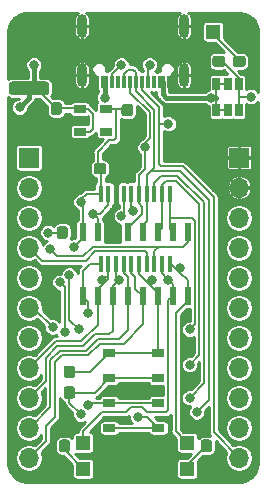
<source format=gbr>
G04 #@! TF.GenerationSoftware,KiCad,Pcbnew,(5.0.0)*
G04 #@! TF.CreationDate,2020-07-20T09:31:12+01:00*
G04 #@! TF.ProjectId,CH552-USB-Devboard,43483535322D5553422D446576626F61,rev?*
G04 #@! TF.SameCoordinates,Original*
G04 #@! TF.FileFunction,Copper,L1,Top,Signal*
G04 #@! TF.FilePolarity,Positive*
%FSLAX46Y46*%
G04 Gerber Fmt 4.6, Leading zero omitted, Abs format (unit mm)*
G04 Created by KiCad (PCBNEW (5.0.0)) date 07/20/20 09:31:12*
%MOMM*%
%LPD*%
G01*
G04 APERTURE LIST*
G04 #@! TA.AperFunction,SMDPad,CuDef*
%ADD10R,1.060000X0.650000*%
G04 #@! TD*
G04 #@! TA.AperFunction,Conductor*
%ADD11C,0.100000*%
G04 #@! TD*
G04 #@! TA.AperFunction,SMDPad,CuDef*
%ADD12C,0.950000*%
G04 #@! TD*
G04 #@! TA.AperFunction,ComponentPad*
%ADD13O,1.700000X1.700000*%
G04 #@! TD*
G04 #@! TA.AperFunction,ComponentPad*
%ADD14R,1.700000X1.700000*%
G04 #@! TD*
G04 #@! TA.AperFunction,SMDPad,CuDef*
%ADD15C,1.125000*%
G04 #@! TD*
G04 #@! TA.AperFunction,SMDPad,CuDef*
%ADD16R,0.650000X1.060000*%
G04 #@! TD*
G04 #@! TA.AperFunction,ComponentPad*
%ADD17O,0.900000X2.000000*%
G04 #@! TD*
G04 #@! TA.AperFunction,SMDPad,CuDef*
%ADD18R,0.300000X1.140000*%
G04 #@! TD*
G04 #@! TA.AperFunction,SMDPad,CuDef*
%ADD19R,1.050000X0.650000*%
G04 #@! TD*
G04 #@! TA.AperFunction,SMDPad,CuDef*
%ADD20R,0.600000X1.500000*%
G04 #@! TD*
G04 #@! TA.AperFunction,SMDPad,CuDef*
%ADD21R,0.450000X1.450000*%
G04 #@! TD*
G04 #@! TA.AperFunction,SMDPad,CuDef*
%ADD22R,1.200000X1.200000*%
G04 #@! TD*
G04 #@! TA.AperFunction,ViaPad*
%ADD23C,0.800000*%
G04 #@! TD*
G04 #@! TA.AperFunction,Conductor*
%ADD24C,0.200000*%
G04 #@! TD*
G04 #@! TA.AperFunction,Conductor*
%ADD25C,0.400000*%
G04 #@! TD*
G04 #@! TA.AperFunction,Conductor*
%ADD26C,0.250000*%
G04 #@! TD*
G04 APERTURE END LIST*
D10*
G04 #@! TO.P,U3,1*
G04 #@! TO.N,VCC*
X80500000Y-69550000D03*
G04 #@! TO.P,U3,2*
G04 #@! TO.N,GND*
X80500000Y-70500000D03*
G04 #@! TO.P,U3,3*
G04 #@! TO.N,VCC*
X80500000Y-71450000D03*
G04 #@! TO.P,U3,4*
G04 #@! TO.N,Net-(U3-Pad4)*
X82700000Y-71450000D03*
G04 #@! TO.P,U3,5*
G04 #@! TO.N,+3V3*
X82700000Y-69550000D03*
G04 #@! TD*
D11*
G04 #@! TO.N,GND*
G04 #@! TO.C,C1*
G36*
X79260779Y-77726144D02*
X79283834Y-77729563D01*
X79306443Y-77735227D01*
X79328387Y-77743079D01*
X79349457Y-77753044D01*
X79369448Y-77765026D01*
X79388168Y-77778910D01*
X79405438Y-77794562D01*
X79421090Y-77811832D01*
X79434974Y-77830552D01*
X79446956Y-77850543D01*
X79456921Y-77871613D01*
X79464773Y-77893557D01*
X79470437Y-77916166D01*
X79473856Y-77939221D01*
X79475000Y-77962500D01*
X79475000Y-78537500D01*
X79473856Y-78560779D01*
X79470437Y-78583834D01*
X79464773Y-78606443D01*
X79456921Y-78628387D01*
X79446956Y-78649457D01*
X79434974Y-78669448D01*
X79421090Y-78688168D01*
X79405438Y-78705438D01*
X79388168Y-78721090D01*
X79369448Y-78734974D01*
X79349457Y-78746956D01*
X79328387Y-78756921D01*
X79306443Y-78764773D01*
X79283834Y-78770437D01*
X79260779Y-78773856D01*
X79237500Y-78775000D01*
X78762500Y-78775000D01*
X78739221Y-78773856D01*
X78716166Y-78770437D01*
X78693557Y-78764773D01*
X78671613Y-78756921D01*
X78650543Y-78746956D01*
X78630552Y-78734974D01*
X78611832Y-78721090D01*
X78594562Y-78705438D01*
X78578910Y-78688168D01*
X78565026Y-78669448D01*
X78553044Y-78649457D01*
X78543079Y-78628387D01*
X78535227Y-78606443D01*
X78529563Y-78583834D01*
X78526144Y-78560779D01*
X78525000Y-78537500D01*
X78525000Y-77962500D01*
X78526144Y-77939221D01*
X78529563Y-77916166D01*
X78535227Y-77893557D01*
X78543079Y-77871613D01*
X78553044Y-77850543D01*
X78565026Y-77830552D01*
X78578910Y-77811832D01*
X78594562Y-77794562D01*
X78611832Y-77778910D01*
X78630552Y-77765026D01*
X78650543Y-77753044D01*
X78671613Y-77743079D01*
X78693557Y-77735227D01*
X78716166Y-77729563D01*
X78739221Y-77726144D01*
X78762500Y-77725000D01*
X79237500Y-77725000D01*
X79260779Y-77726144D01*
X79260779Y-77726144D01*
G37*
D12*
G04 #@! TD*
G04 #@! TO.P,C1,2*
G04 #@! TO.N,GND*
X79000000Y-78250000D03*
D11*
G04 #@! TO.N,VCC*
G04 #@! TO.C,C1*
G36*
X79260779Y-79476144D02*
X79283834Y-79479563D01*
X79306443Y-79485227D01*
X79328387Y-79493079D01*
X79349457Y-79503044D01*
X79369448Y-79515026D01*
X79388168Y-79528910D01*
X79405438Y-79544562D01*
X79421090Y-79561832D01*
X79434974Y-79580552D01*
X79446956Y-79600543D01*
X79456921Y-79621613D01*
X79464773Y-79643557D01*
X79470437Y-79666166D01*
X79473856Y-79689221D01*
X79475000Y-79712500D01*
X79475000Y-80287500D01*
X79473856Y-80310779D01*
X79470437Y-80333834D01*
X79464773Y-80356443D01*
X79456921Y-80378387D01*
X79446956Y-80399457D01*
X79434974Y-80419448D01*
X79421090Y-80438168D01*
X79405438Y-80455438D01*
X79388168Y-80471090D01*
X79369448Y-80484974D01*
X79349457Y-80496956D01*
X79328387Y-80506921D01*
X79306443Y-80514773D01*
X79283834Y-80520437D01*
X79260779Y-80523856D01*
X79237500Y-80525000D01*
X78762500Y-80525000D01*
X78739221Y-80523856D01*
X78716166Y-80520437D01*
X78693557Y-80514773D01*
X78671613Y-80506921D01*
X78650543Y-80496956D01*
X78630552Y-80484974D01*
X78611832Y-80471090D01*
X78594562Y-80455438D01*
X78578910Y-80438168D01*
X78565026Y-80419448D01*
X78553044Y-80399457D01*
X78543079Y-80378387D01*
X78535227Y-80356443D01*
X78529563Y-80333834D01*
X78526144Y-80310779D01*
X78525000Y-80287500D01*
X78525000Y-79712500D01*
X78526144Y-79689221D01*
X78529563Y-79666166D01*
X78535227Y-79643557D01*
X78543079Y-79621613D01*
X78553044Y-79600543D01*
X78565026Y-79580552D01*
X78578910Y-79561832D01*
X78594562Y-79544562D01*
X78611832Y-79528910D01*
X78630552Y-79515026D01*
X78650543Y-79503044D01*
X78671613Y-79493079D01*
X78693557Y-79485227D01*
X78716166Y-79479563D01*
X78739221Y-79476144D01*
X78762500Y-79475000D01*
X79237500Y-79475000D01*
X79260779Y-79476144D01*
X79260779Y-79476144D01*
G37*
D12*
G04 #@! TD*
G04 #@! TO.P,C1,1*
G04 #@! TO.N,VCC*
X79000000Y-80000000D03*
D11*
G04 #@! TO.N,+3V3*
G04 #@! TO.C,C7*
G36*
X84760779Y-69101144D02*
X84783834Y-69104563D01*
X84806443Y-69110227D01*
X84828387Y-69118079D01*
X84849457Y-69128044D01*
X84869448Y-69140026D01*
X84888168Y-69153910D01*
X84905438Y-69169562D01*
X84921090Y-69186832D01*
X84934974Y-69205552D01*
X84946956Y-69225543D01*
X84956921Y-69246613D01*
X84964773Y-69268557D01*
X84970437Y-69291166D01*
X84973856Y-69314221D01*
X84975000Y-69337500D01*
X84975000Y-69912500D01*
X84973856Y-69935779D01*
X84970437Y-69958834D01*
X84964773Y-69981443D01*
X84956921Y-70003387D01*
X84946956Y-70024457D01*
X84934974Y-70044448D01*
X84921090Y-70063168D01*
X84905438Y-70080438D01*
X84888168Y-70096090D01*
X84869448Y-70109974D01*
X84849457Y-70121956D01*
X84828387Y-70131921D01*
X84806443Y-70139773D01*
X84783834Y-70145437D01*
X84760779Y-70148856D01*
X84737500Y-70150000D01*
X84262500Y-70150000D01*
X84239221Y-70148856D01*
X84216166Y-70145437D01*
X84193557Y-70139773D01*
X84171613Y-70131921D01*
X84150543Y-70121956D01*
X84130552Y-70109974D01*
X84111832Y-70096090D01*
X84094562Y-70080438D01*
X84078910Y-70063168D01*
X84065026Y-70044448D01*
X84053044Y-70024457D01*
X84043079Y-70003387D01*
X84035227Y-69981443D01*
X84029563Y-69958834D01*
X84026144Y-69935779D01*
X84025000Y-69912500D01*
X84025000Y-69337500D01*
X84026144Y-69314221D01*
X84029563Y-69291166D01*
X84035227Y-69268557D01*
X84043079Y-69246613D01*
X84053044Y-69225543D01*
X84065026Y-69205552D01*
X84078910Y-69186832D01*
X84094562Y-69169562D01*
X84111832Y-69153910D01*
X84130552Y-69140026D01*
X84150543Y-69128044D01*
X84171613Y-69118079D01*
X84193557Y-69110227D01*
X84216166Y-69104563D01*
X84239221Y-69101144D01*
X84262500Y-69100000D01*
X84737500Y-69100000D01*
X84760779Y-69101144D01*
X84760779Y-69101144D01*
G37*
D12*
G04 #@! TD*
G04 #@! TO.P,C7,1*
G04 #@! TO.N,+3V3*
X84500000Y-69625000D03*
D11*
G04 #@! TO.N,GND*
G04 #@! TO.C,C7*
G36*
X84760779Y-70851144D02*
X84783834Y-70854563D01*
X84806443Y-70860227D01*
X84828387Y-70868079D01*
X84849457Y-70878044D01*
X84869448Y-70890026D01*
X84888168Y-70903910D01*
X84905438Y-70919562D01*
X84921090Y-70936832D01*
X84934974Y-70955552D01*
X84946956Y-70975543D01*
X84956921Y-70996613D01*
X84964773Y-71018557D01*
X84970437Y-71041166D01*
X84973856Y-71064221D01*
X84975000Y-71087500D01*
X84975000Y-71662500D01*
X84973856Y-71685779D01*
X84970437Y-71708834D01*
X84964773Y-71731443D01*
X84956921Y-71753387D01*
X84946956Y-71774457D01*
X84934974Y-71794448D01*
X84921090Y-71813168D01*
X84905438Y-71830438D01*
X84888168Y-71846090D01*
X84869448Y-71859974D01*
X84849457Y-71871956D01*
X84828387Y-71881921D01*
X84806443Y-71889773D01*
X84783834Y-71895437D01*
X84760779Y-71898856D01*
X84737500Y-71900000D01*
X84262500Y-71900000D01*
X84239221Y-71898856D01*
X84216166Y-71895437D01*
X84193557Y-71889773D01*
X84171613Y-71881921D01*
X84150543Y-71871956D01*
X84130552Y-71859974D01*
X84111832Y-71846090D01*
X84094562Y-71830438D01*
X84078910Y-71813168D01*
X84065026Y-71794448D01*
X84053044Y-71774457D01*
X84043079Y-71753387D01*
X84035227Y-71731443D01*
X84029563Y-71708834D01*
X84026144Y-71685779D01*
X84025000Y-71662500D01*
X84025000Y-71087500D01*
X84026144Y-71064221D01*
X84029563Y-71041166D01*
X84035227Y-71018557D01*
X84043079Y-70996613D01*
X84053044Y-70975543D01*
X84065026Y-70955552D01*
X84078910Y-70936832D01*
X84094562Y-70919562D01*
X84111832Y-70903910D01*
X84130552Y-70890026D01*
X84150543Y-70878044D01*
X84171613Y-70868079D01*
X84193557Y-70860227D01*
X84216166Y-70854563D01*
X84239221Y-70851144D01*
X84262500Y-70850000D01*
X84737500Y-70850000D01*
X84760779Y-70851144D01*
X84760779Y-70851144D01*
G37*
D12*
G04 #@! TD*
G04 #@! TO.P,C7,2*
G04 #@! TO.N,GND*
X84500000Y-71375000D03*
D13*
G04 #@! TO.P,J1,11*
G04 #@! TO.N,/P1.7*
X76200000Y-99060000D03*
G04 #@! TO.P,J1,10*
G04 #@! TO.N,/P1.6*
X76200000Y-96520000D03*
G04 #@! TO.P,J1,9*
G04 #@! TO.N,/P1.5*
X76200000Y-93980000D03*
G04 #@! TO.P,J1,8*
G04 #@! TO.N,/P1.4*
X76200000Y-91440000D03*
G04 #@! TO.P,J1,7*
G04 #@! TO.N,/P1.3*
X76200000Y-88900000D03*
G04 #@! TO.P,J1,6*
G04 #@! TO.N,/P1.2*
X76200000Y-86360000D03*
G04 #@! TO.P,J1,5*
G04 #@! TO.N,/P1.1*
X76200000Y-83820000D03*
G04 #@! TO.P,J1,4*
G04 #@! TO.N,/P1.0*
X76200000Y-81280000D03*
G04 #@! TO.P,J1,3*
G04 #@! TO.N,+3V3*
X76200000Y-78740000D03*
G04 #@! TO.P,J1,2*
G04 #@! TO.N,VCC*
X76200000Y-76200000D03*
D14*
G04 #@! TO.P,J1,1*
G04 #@! TO.N,VBUS*
X76200000Y-73660000D03*
G04 #@! TD*
G04 #@! TO.P,J2,1*
G04 #@! TO.N,GND*
X93980000Y-73660000D03*
D13*
G04 #@! TO.P,J2,2*
X93980000Y-76200000D03*
G04 #@! TO.P,J2,3*
G04 #@! TO.N,/RESET*
X93980000Y-78740000D03*
G04 #@! TO.P,J2,4*
G04 #@! TO.N,/P3.0*
X93980000Y-81280000D03*
G04 #@! TO.P,J2,5*
G04 #@! TO.N,/P3.1*
X93980000Y-83820000D03*
G04 #@! TO.P,J2,6*
G04 #@! TO.N,/P3.2*
X93980000Y-86360000D03*
G04 #@! TO.P,J2,7*
G04 #@! TO.N,/P3.3*
X93980000Y-88900000D03*
G04 #@! TO.P,J2,8*
G04 #@! TO.N,/P3.4*
X93980000Y-91440000D03*
G04 #@! TO.P,J2,9*
G04 #@! TO.N,/P3.5*
X93980000Y-93980000D03*
G04 #@! TO.P,J2,10*
G04 #@! TO.N,/P3.6*
X93980000Y-96520000D03*
G04 #@! TO.P,J2,11*
G04 #@! TO.N,/P3.7*
X93980000Y-99060000D03*
G04 #@! TD*
D11*
G04 #@! TO.N,VCC*
G04 #@! TO.C,D4*
G36*
X77674505Y-67213704D02*
X77698773Y-67217304D01*
X77722572Y-67223265D01*
X77745671Y-67231530D01*
X77767850Y-67242020D01*
X77788893Y-67254632D01*
X77808599Y-67269247D01*
X77826777Y-67285723D01*
X77843253Y-67303901D01*
X77857868Y-67323607D01*
X77870480Y-67344650D01*
X77880970Y-67366829D01*
X77889235Y-67389928D01*
X77895196Y-67413727D01*
X77898796Y-67437995D01*
X77900000Y-67462499D01*
X77900000Y-68087501D01*
X77898796Y-68112005D01*
X77895196Y-68136273D01*
X77889235Y-68160072D01*
X77880970Y-68183171D01*
X77870480Y-68205350D01*
X77857868Y-68226393D01*
X77843253Y-68246099D01*
X77826777Y-68264277D01*
X77808599Y-68280753D01*
X77788893Y-68295368D01*
X77767850Y-68307980D01*
X77745671Y-68318470D01*
X77722572Y-68326735D01*
X77698773Y-68332696D01*
X77674505Y-68336296D01*
X77650001Y-68337500D01*
X74749999Y-68337500D01*
X74725495Y-68336296D01*
X74701227Y-68332696D01*
X74677428Y-68326735D01*
X74654329Y-68318470D01*
X74632150Y-68307980D01*
X74611107Y-68295368D01*
X74591401Y-68280753D01*
X74573223Y-68264277D01*
X74556747Y-68246099D01*
X74542132Y-68226393D01*
X74529520Y-68205350D01*
X74519030Y-68183171D01*
X74510765Y-68160072D01*
X74504804Y-68136273D01*
X74501204Y-68112005D01*
X74500000Y-68087501D01*
X74500000Y-67462499D01*
X74501204Y-67437995D01*
X74504804Y-67413727D01*
X74510765Y-67389928D01*
X74519030Y-67366829D01*
X74529520Y-67344650D01*
X74542132Y-67323607D01*
X74556747Y-67303901D01*
X74573223Y-67285723D01*
X74591401Y-67269247D01*
X74611107Y-67254632D01*
X74632150Y-67242020D01*
X74654329Y-67231530D01*
X74677428Y-67223265D01*
X74701227Y-67217304D01*
X74725495Y-67213704D01*
X74749999Y-67212500D01*
X77650001Y-67212500D01*
X77674505Y-67213704D01*
X77674505Y-67213704D01*
G37*
D15*
G04 #@! TD*
G04 #@! TO.P,D4,1*
G04 #@! TO.N,VCC*
X76200000Y-67775000D03*
D11*
G04 #@! TO.N,GND*
G04 #@! TO.C,D4*
G36*
X77674505Y-62938704D02*
X77698773Y-62942304D01*
X77722572Y-62948265D01*
X77745671Y-62956530D01*
X77767850Y-62967020D01*
X77788893Y-62979632D01*
X77808599Y-62994247D01*
X77826777Y-63010723D01*
X77843253Y-63028901D01*
X77857868Y-63048607D01*
X77870480Y-63069650D01*
X77880970Y-63091829D01*
X77889235Y-63114928D01*
X77895196Y-63138727D01*
X77898796Y-63162995D01*
X77900000Y-63187499D01*
X77900000Y-63812501D01*
X77898796Y-63837005D01*
X77895196Y-63861273D01*
X77889235Y-63885072D01*
X77880970Y-63908171D01*
X77870480Y-63930350D01*
X77857868Y-63951393D01*
X77843253Y-63971099D01*
X77826777Y-63989277D01*
X77808599Y-64005753D01*
X77788893Y-64020368D01*
X77767850Y-64032980D01*
X77745671Y-64043470D01*
X77722572Y-64051735D01*
X77698773Y-64057696D01*
X77674505Y-64061296D01*
X77650001Y-64062500D01*
X74749999Y-64062500D01*
X74725495Y-64061296D01*
X74701227Y-64057696D01*
X74677428Y-64051735D01*
X74654329Y-64043470D01*
X74632150Y-64032980D01*
X74611107Y-64020368D01*
X74591401Y-64005753D01*
X74573223Y-63989277D01*
X74556747Y-63971099D01*
X74542132Y-63951393D01*
X74529520Y-63930350D01*
X74519030Y-63908171D01*
X74510765Y-63885072D01*
X74504804Y-63861273D01*
X74501204Y-63837005D01*
X74500000Y-63812501D01*
X74500000Y-63187499D01*
X74501204Y-63162995D01*
X74504804Y-63138727D01*
X74510765Y-63114928D01*
X74519030Y-63091829D01*
X74529520Y-63069650D01*
X74542132Y-63048607D01*
X74556747Y-63028901D01*
X74573223Y-63010723D01*
X74591401Y-62994247D01*
X74611107Y-62979632D01*
X74632150Y-62967020D01*
X74654329Y-62956530D01*
X74677428Y-62948265D01*
X74701227Y-62942304D01*
X74725495Y-62938704D01*
X74749999Y-62937500D01*
X77650001Y-62937500D01*
X77674505Y-62938704D01*
X77674505Y-62938704D01*
G37*
D15*
G04 #@! TD*
G04 #@! TO.P,D4,2*
G04 #@! TO.N,GND*
X76200000Y-63500000D03*
D16*
G04 #@! TO.P,Q1,5*
G04 #@! TO.N,VBUS*
X93000000Y-67400000D03*
G04 #@! TO.P,Q1,6*
X92050000Y-67400000D03*
G04 #@! TO.P,Q1,4*
G04 #@! TO.N,VCC*
X93950000Y-67400000D03*
G04 #@! TO.P,Q1,3*
X93950000Y-69600000D03*
G04 #@! TO.P,Q1,2*
G04 #@! TO.N,VBUS*
X93000000Y-69600000D03*
G04 #@! TO.P,Q1,1*
X92050000Y-69600000D03*
G04 #@! TD*
D17*
G04 #@! TO.P,J3,1*
G04 #@! TO.N,GND*
X80675000Y-66680000D03*
X89325000Y-66680000D03*
G04 #@! TO.P,J3,S1*
X89325000Y-62500000D03*
X80675000Y-62500000D03*
D18*
G04 #@! TO.P,J3,A7*
G04 #@! TO.N,/P3.7*
X84750000Y-67250000D03*
G04 #@! TO.P,J3,A6*
G04 #@! TO.N,/P3.6*
X85250000Y-67250000D03*
G04 #@! TO.P,J3,B7*
G04 #@! TO.N,/P3.7*
X85750000Y-67250000D03*
G04 #@! TO.P,J3,B6*
G04 #@! TO.N,/P3.6*
X84250000Y-67250000D03*
G04 #@! TO.P,J3,A5*
G04 #@! TO.N,/CC1*
X86250000Y-67250000D03*
G04 #@! TO.P,J3,B8*
G04 #@! TO.N,Net-(J3-PadB8)*
X86750000Y-67250000D03*
G04 #@! TO.P,J3,A8*
G04 #@! TO.N,Net-(J3-PadA8)*
X83750000Y-67250000D03*
G04 #@! TO.P,J3,B5*
G04 #@! TO.N,/CC2*
X83250000Y-67250000D03*
G04 #@! TO.P,J3,B9*
G04 #@! TO.N,VBUS*
X87500000Y-67250000D03*
G04 #@! TO.P,J3,A4*
X87250000Y-67250000D03*
G04 #@! TO.P,J3,B12*
G04 #@! TO.N,GND*
X88050000Y-67250000D03*
G04 #@! TO.P,J3,A1*
X88350000Y-67250000D03*
G04 #@! TO.P,J3,B4*
G04 #@! TO.N,VBUS*
X82750000Y-67250000D03*
G04 #@! TO.P,J3,A9*
X82450000Y-67250000D03*
G04 #@! TO.P,J3,B1*
G04 #@! TO.N,GND*
X81950000Y-67250000D03*
G04 #@! TO.P,J3,A12*
X81650000Y-67250000D03*
G04 #@! TD*
D19*
G04 #@! TO.P,SW2,2*
G04 #@! TO.N,VCC*
X87150000Y-92350000D03*
X83000000Y-92350000D03*
G04 #@! TO.P,SW2,1*
G04 #@! TO.N,/RESET*
X87150000Y-90200000D03*
X83000000Y-90200000D03*
G04 #@! TD*
G04 #@! TO.P,SW1,1*
G04 #@! TO.N,+3V3*
X83000000Y-94400000D03*
X87150000Y-94400000D03*
G04 #@! TO.P,SW1,2*
G04 #@! TO.N,/P3.6*
X83000000Y-96550000D03*
X87150000Y-96550000D03*
G04 #@! TD*
D11*
G04 #@! TO.N,+3V3*
G04 #@! TO.C,C2*
G36*
X82510779Y-74126144D02*
X82533834Y-74129563D01*
X82556443Y-74135227D01*
X82578387Y-74143079D01*
X82599457Y-74153044D01*
X82619448Y-74165026D01*
X82638168Y-74178910D01*
X82655438Y-74194562D01*
X82671090Y-74211832D01*
X82684974Y-74230552D01*
X82696956Y-74250543D01*
X82706921Y-74271613D01*
X82714773Y-74293557D01*
X82720437Y-74316166D01*
X82723856Y-74339221D01*
X82725000Y-74362500D01*
X82725000Y-74837500D01*
X82723856Y-74860779D01*
X82720437Y-74883834D01*
X82714773Y-74906443D01*
X82706921Y-74928387D01*
X82696956Y-74949457D01*
X82684974Y-74969448D01*
X82671090Y-74988168D01*
X82655438Y-75005438D01*
X82638168Y-75021090D01*
X82619448Y-75034974D01*
X82599457Y-75046956D01*
X82578387Y-75056921D01*
X82556443Y-75064773D01*
X82533834Y-75070437D01*
X82510779Y-75073856D01*
X82487500Y-75075000D01*
X81912500Y-75075000D01*
X81889221Y-75073856D01*
X81866166Y-75070437D01*
X81843557Y-75064773D01*
X81821613Y-75056921D01*
X81800543Y-75046956D01*
X81780552Y-75034974D01*
X81761832Y-75021090D01*
X81744562Y-75005438D01*
X81728910Y-74988168D01*
X81715026Y-74969448D01*
X81703044Y-74949457D01*
X81693079Y-74928387D01*
X81685227Y-74906443D01*
X81679563Y-74883834D01*
X81676144Y-74860779D01*
X81675000Y-74837500D01*
X81675000Y-74362500D01*
X81676144Y-74339221D01*
X81679563Y-74316166D01*
X81685227Y-74293557D01*
X81693079Y-74271613D01*
X81703044Y-74250543D01*
X81715026Y-74230552D01*
X81728910Y-74211832D01*
X81744562Y-74194562D01*
X81761832Y-74178910D01*
X81780552Y-74165026D01*
X81800543Y-74153044D01*
X81821613Y-74143079D01*
X81843557Y-74135227D01*
X81866166Y-74129563D01*
X81889221Y-74126144D01*
X81912500Y-74125000D01*
X82487500Y-74125000D01*
X82510779Y-74126144D01*
X82510779Y-74126144D01*
G37*
D12*
G04 #@! TD*
G04 #@! TO.P,C2,1*
G04 #@! TO.N,+3V3*
X82200000Y-74600000D03*
D11*
G04 #@! TO.N,GND*
G04 #@! TO.C,C2*
G36*
X84260779Y-74126144D02*
X84283834Y-74129563D01*
X84306443Y-74135227D01*
X84328387Y-74143079D01*
X84349457Y-74153044D01*
X84369448Y-74165026D01*
X84388168Y-74178910D01*
X84405438Y-74194562D01*
X84421090Y-74211832D01*
X84434974Y-74230552D01*
X84446956Y-74250543D01*
X84456921Y-74271613D01*
X84464773Y-74293557D01*
X84470437Y-74316166D01*
X84473856Y-74339221D01*
X84475000Y-74362500D01*
X84475000Y-74837500D01*
X84473856Y-74860779D01*
X84470437Y-74883834D01*
X84464773Y-74906443D01*
X84456921Y-74928387D01*
X84446956Y-74949457D01*
X84434974Y-74969448D01*
X84421090Y-74988168D01*
X84405438Y-75005438D01*
X84388168Y-75021090D01*
X84369448Y-75034974D01*
X84349457Y-75046956D01*
X84328387Y-75056921D01*
X84306443Y-75064773D01*
X84283834Y-75070437D01*
X84260779Y-75073856D01*
X84237500Y-75075000D01*
X83662500Y-75075000D01*
X83639221Y-75073856D01*
X83616166Y-75070437D01*
X83593557Y-75064773D01*
X83571613Y-75056921D01*
X83550543Y-75046956D01*
X83530552Y-75034974D01*
X83511832Y-75021090D01*
X83494562Y-75005438D01*
X83478910Y-74988168D01*
X83465026Y-74969448D01*
X83453044Y-74949457D01*
X83443079Y-74928387D01*
X83435227Y-74906443D01*
X83429563Y-74883834D01*
X83426144Y-74860779D01*
X83425000Y-74837500D01*
X83425000Y-74362500D01*
X83426144Y-74339221D01*
X83429563Y-74316166D01*
X83435227Y-74293557D01*
X83443079Y-74271613D01*
X83453044Y-74250543D01*
X83465026Y-74230552D01*
X83478910Y-74211832D01*
X83494562Y-74194562D01*
X83511832Y-74178910D01*
X83530552Y-74165026D01*
X83550543Y-74153044D01*
X83571613Y-74143079D01*
X83593557Y-74135227D01*
X83616166Y-74129563D01*
X83639221Y-74126144D01*
X83662500Y-74125000D01*
X84237500Y-74125000D01*
X84260779Y-74126144D01*
X84260779Y-74126144D01*
G37*
D12*
G04 #@! TD*
G04 #@! TO.P,C2,2*
G04 #@! TO.N,GND*
X83950000Y-74600000D03*
D11*
G04 #@! TO.N,/RESET*
G04 #@! TO.C,C3*
G36*
X79860779Y-91276144D02*
X79883834Y-91279563D01*
X79906443Y-91285227D01*
X79928387Y-91293079D01*
X79949457Y-91303044D01*
X79969448Y-91315026D01*
X79988168Y-91328910D01*
X80005438Y-91344562D01*
X80021090Y-91361832D01*
X80034974Y-91380552D01*
X80046956Y-91400543D01*
X80056921Y-91421613D01*
X80064773Y-91443557D01*
X80070437Y-91466166D01*
X80073856Y-91489221D01*
X80075000Y-91512500D01*
X80075000Y-92087500D01*
X80073856Y-92110779D01*
X80070437Y-92133834D01*
X80064773Y-92156443D01*
X80056921Y-92178387D01*
X80046956Y-92199457D01*
X80034974Y-92219448D01*
X80021090Y-92238168D01*
X80005438Y-92255438D01*
X79988168Y-92271090D01*
X79969448Y-92284974D01*
X79949457Y-92296956D01*
X79928387Y-92306921D01*
X79906443Y-92314773D01*
X79883834Y-92320437D01*
X79860779Y-92323856D01*
X79837500Y-92325000D01*
X79362500Y-92325000D01*
X79339221Y-92323856D01*
X79316166Y-92320437D01*
X79293557Y-92314773D01*
X79271613Y-92306921D01*
X79250543Y-92296956D01*
X79230552Y-92284974D01*
X79211832Y-92271090D01*
X79194562Y-92255438D01*
X79178910Y-92238168D01*
X79165026Y-92219448D01*
X79153044Y-92199457D01*
X79143079Y-92178387D01*
X79135227Y-92156443D01*
X79129563Y-92133834D01*
X79126144Y-92110779D01*
X79125000Y-92087500D01*
X79125000Y-91512500D01*
X79126144Y-91489221D01*
X79129563Y-91466166D01*
X79135227Y-91443557D01*
X79143079Y-91421613D01*
X79153044Y-91400543D01*
X79165026Y-91380552D01*
X79178910Y-91361832D01*
X79194562Y-91344562D01*
X79211832Y-91328910D01*
X79230552Y-91315026D01*
X79250543Y-91303044D01*
X79271613Y-91293079D01*
X79293557Y-91285227D01*
X79316166Y-91279563D01*
X79339221Y-91276144D01*
X79362500Y-91275000D01*
X79837500Y-91275000D01*
X79860779Y-91276144D01*
X79860779Y-91276144D01*
G37*
D12*
G04 #@! TD*
G04 #@! TO.P,C3,2*
G04 #@! TO.N,/RESET*
X79600000Y-91800000D03*
D11*
G04 #@! TO.N,VCC*
G04 #@! TO.C,C3*
G36*
X79860779Y-93026144D02*
X79883834Y-93029563D01*
X79906443Y-93035227D01*
X79928387Y-93043079D01*
X79949457Y-93053044D01*
X79969448Y-93065026D01*
X79988168Y-93078910D01*
X80005438Y-93094562D01*
X80021090Y-93111832D01*
X80034974Y-93130552D01*
X80046956Y-93150543D01*
X80056921Y-93171613D01*
X80064773Y-93193557D01*
X80070437Y-93216166D01*
X80073856Y-93239221D01*
X80075000Y-93262500D01*
X80075000Y-93837500D01*
X80073856Y-93860779D01*
X80070437Y-93883834D01*
X80064773Y-93906443D01*
X80056921Y-93928387D01*
X80046956Y-93949457D01*
X80034974Y-93969448D01*
X80021090Y-93988168D01*
X80005438Y-94005438D01*
X79988168Y-94021090D01*
X79969448Y-94034974D01*
X79949457Y-94046956D01*
X79928387Y-94056921D01*
X79906443Y-94064773D01*
X79883834Y-94070437D01*
X79860779Y-94073856D01*
X79837500Y-94075000D01*
X79362500Y-94075000D01*
X79339221Y-94073856D01*
X79316166Y-94070437D01*
X79293557Y-94064773D01*
X79271613Y-94056921D01*
X79250543Y-94046956D01*
X79230552Y-94034974D01*
X79211832Y-94021090D01*
X79194562Y-94005438D01*
X79178910Y-93988168D01*
X79165026Y-93969448D01*
X79153044Y-93949457D01*
X79143079Y-93928387D01*
X79135227Y-93906443D01*
X79129563Y-93883834D01*
X79126144Y-93860779D01*
X79125000Y-93837500D01*
X79125000Y-93262500D01*
X79126144Y-93239221D01*
X79129563Y-93216166D01*
X79135227Y-93193557D01*
X79143079Y-93171613D01*
X79153044Y-93150543D01*
X79165026Y-93130552D01*
X79178910Y-93111832D01*
X79194562Y-93094562D01*
X79211832Y-93078910D01*
X79230552Y-93065026D01*
X79250543Y-93053044D01*
X79271613Y-93043079D01*
X79293557Y-93035227D01*
X79316166Y-93029563D01*
X79339221Y-93026144D01*
X79362500Y-93025000D01*
X79837500Y-93025000D01*
X79860779Y-93026144D01*
X79860779Y-93026144D01*
G37*
D12*
G04 #@! TD*
G04 #@! TO.P,C3,1*
G04 #@! TO.N,VCC*
X79600000Y-93550000D03*
D11*
G04 #@! TO.N,VCC*
G04 #@! TO.C,C4*
G36*
X78760779Y-68976144D02*
X78783834Y-68979563D01*
X78806443Y-68985227D01*
X78828387Y-68993079D01*
X78849457Y-69003044D01*
X78869448Y-69015026D01*
X78888168Y-69028910D01*
X78905438Y-69044562D01*
X78921090Y-69061832D01*
X78934974Y-69080552D01*
X78946956Y-69100543D01*
X78956921Y-69121613D01*
X78964773Y-69143557D01*
X78970437Y-69166166D01*
X78973856Y-69189221D01*
X78975000Y-69212500D01*
X78975000Y-69787500D01*
X78973856Y-69810779D01*
X78970437Y-69833834D01*
X78964773Y-69856443D01*
X78956921Y-69878387D01*
X78946956Y-69899457D01*
X78934974Y-69919448D01*
X78921090Y-69938168D01*
X78905438Y-69955438D01*
X78888168Y-69971090D01*
X78869448Y-69984974D01*
X78849457Y-69996956D01*
X78828387Y-70006921D01*
X78806443Y-70014773D01*
X78783834Y-70020437D01*
X78760779Y-70023856D01*
X78737500Y-70025000D01*
X78262500Y-70025000D01*
X78239221Y-70023856D01*
X78216166Y-70020437D01*
X78193557Y-70014773D01*
X78171613Y-70006921D01*
X78150543Y-69996956D01*
X78130552Y-69984974D01*
X78111832Y-69971090D01*
X78094562Y-69955438D01*
X78078910Y-69938168D01*
X78065026Y-69919448D01*
X78053044Y-69899457D01*
X78043079Y-69878387D01*
X78035227Y-69856443D01*
X78029563Y-69833834D01*
X78026144Y-69810779D01*
X78025000Y-69787500D01*
X78025000Y-69212500D01*
X78026144Y-69189221D01*
X78029563Y-69166166D01*
X78035227Y-69143557D01*
X78043079Y-69121613D01*
X78053044Y-69100543D01*
X78065026Y-69080552D01*
X78078910Y-69061832D01*
X78094562Y-69044562D01*
X78111832Y-69028910D01*
X78130552Y-69015026D01*
X78150543Y-69003044D01*
X78171613Y-68993079D01*
X78193557Y-68985227D01*
X78216166Y-68979563D01*
X78239221Y-68976144D01*
X78262500Y-68975000D01*
X78737500Y-68975000D01*
X78760779Y-68976144D01*
X78760779Y-68976144D01*
G37*
D12*
G04 #@! TD*
G04 #@! TO.P,C4,1*
G04 #@! TO.N,VCC*
X78500000Y-69500000D03*
D11*
G04 #@! TO.N,GND*
G04 #@! TO.C,C4*
G36*
X78760779Y-70726144D02*
X78783834Y-70729563D01*
X78806443Y-70735227D01*
X78828387Y-70743079D01*
X78849457Y-70753044D01*
X78869448Y-70765026D01*
X78888168Y-70778910D01*
X78905438Y-70794562D01*
X78921090Y-70811832D01*
X78934974Y-70830552D01*
X78946956Y-70850543D01*
X78956921Y-70871613D01*
X78964773Y-70893557D01*
X78970437Y-70916166D01*
X78973856Y-70939221D01*
X78975000Y-70962500D01*
X78975000Y-71537500D01*
X78973856Y-71560779D01*
X78970437Y-71583834D01*
X78964773Y-71606443D01*
X78956921Y-71628387D01*
X78946956Y-71649457D01*
X78934974Y-71669448D01*
X78921090Y-71688168D01*
X78905438Y-71705438D01*
X78888168Y-71721090D01*
X78869448Y-71734974D01*
X78849457Y-71746956D01*
X78828387Y-71756921D01*
X78806443Y-71764773D01*
X78783834Y-71770437D01*
X78760779Y-71773856D01*
X78737500Y-71775000D01*
X78262500Y-71775000D01*
X78239221Y-71773856D01*
X78216166Y-71770437D01*
X78193557Y-71764773D01*
X78171613Y-71756921D01*
X78150543Y-71746956D01*
X78130552Y-71734974D01*
X78111832Y-71721090D01*
X78094562Y-71705438D01*
X78078910Y-71688168D01*
X78065026Y-71669448D01*
X78053044Y-71649457D01*
X78043079Y-71628387D01*
X78035227Y-71606443D01*
X78029563Y-71583834D01*
X78026144Y-71560779D01*
X78025000Y-71537500D01*
X78025000Y-70962500D01*
X78026144Y-70939221D01*
X78029563Y-70916166D01*
X78035227Y-70893557D01*
X78043079Y-70871613D01*
X78053044Y-70850543D01*
X78065026Y-70830552D01*
X78078910Y-70811832D01*
X78094562Y-70794562D01*
X78111832Y-70778910D01*
X78130552Y-70765026D01*
X78150543Y-70753044D01*
X78171613Y-70743079D01*
X78193557Y-70735227D01*
X78216166Y-70729563D01*
X78239221Y-70726144D01*
X78262500Y-70725000D01*
X78737500Y-70725000D01*
X78760779Y-70726144D01*
X78760779Y-70726144D01*
G37*
D12*
G04 #@! TD*
G04 #@! TO.P,C4,2*
G04 #@! TO.N,GND*
X78500000Y-71250000D03*
D20*
G04 #@! TO.P,U2,16*
G04 #@! TO.N,+3V3*
X80734192Y-79980020D03*
G04 #@! TO.P,U2,15*
G04 #@! TO.N,VCC*
X82004192Y-79980020D03*
G04 #@! TO.P,U2,14*
G04 #@! TO.N,GND*
X83274192Y-79980020D03*
G04 #@! TO.P,U2,13*
G04 #@! TO.N,/P3.7*
X84544192Y-79980020D03*
G04 #@! TO.P,U2,12*
G04 #@! TO.N,/P3.6*
X85814192Y-79980020D03*
G04 #@! TO.P,U2,11*
G04 #@! TO.N,/P3.4*
X87084192Y-79980020D03*
G04 #@! TO.P,U2,10*
G04 #@! TO.N,/P3.3*
X88354192Y-79980020D03*
G04 #@! TO.P,U2,9*
G04 #@! TO.N,/P1.1*
X89624192Y-79980020D03*
G04 #@! TO.P,U2,8*
G04 #@! TO.N,/P3.0*
X89624192Y-85380020D03*
G04 #@! TO.P,U2,7*
G04 #@! TO.N,/P3.1*
X88354192Y-85380020D03*
G04 #@! TO.P,U2,6*
G04 #@! TO.N,/RESET*
X87084192Y-85380020D03*
G04 #@! TO.P,U2,5*
G04 #@! TO.N,/P1.7*
X85814192Y-85380020D03*
G04 #@! TO.P,U2,4*
G04 #@! TO.N,/P1.6*
X84544192Y-85380020D03*
G04 #@! TO.P,U2,3*
G04 #@! TO.N,/P1.5*
X83274192Y-85380020D03*
G04 #@! TO.P,U2,2*
G04 #@! TO.N,/P1.4*
X82004192Y-85380020D03*
G04 #@! TO.P,U2,1*
G04 #@! TO.N,/P3.2*
X80734192Y-85380020D03*
G04 #@! TD*
D21*
G04 #@! TO.P,U1,20*
G04 #@! TO.N,+3V3*
X82254192Y-76730020D03*
G04 #@! TO.P,U1,19*
G04 #@! TO.N,VCC*
X82904192Y-76730020D03*
G04 #@! TO.P,U1,18*
G04 #@! TO.N,GND*
X83554192Y-76730020D03*
G04 #@! TO.P,U1,17*
G04 #@! TO.N,/P1.2*
X84204192Y-76730020D03*
G04 #@! TO.P,U1,16*
G04 #@! TO.N,/P1.3*
X84854192Y-76730020D03*
G04 #@! TO.P,U1,15*
G04 #@! TO.N,/P3.7*
X85504192Y-76730020D03*
G04 #@! TO.P,U1,14*
G04 #@! TO.N,/P3.6*
X86154192Y-76730020D03*
G04 #@! TO.P,U1,13*
G04 #@! TO.N,/P3.5*
X86804192Y-76730020D03*
G04 #@! TO.P,U1,12*
G04 #@! TO.N,/P3.4*
X87454192Y-76730020D03*
G04 #@! TO.P,U1,11*
G04 #@! TO.N,/P3.3*
X88104192Y-76730020D03*
G04 #@! TO.P,U1,10*
G04 #@! TO.N,/P3.0*
X88104192Y-82630020D03*
G04 #@! TO.P,U1,9*
G04 #@! TO.N,/P3.1*
X87454192Y-82630020D03*
G04 #@! TO.P,U1,8*
G04 #@! TO.N,/P1.1*
X86804192Y-82630020D03*
G04 #@! TO.P,U1,7*
G04 #@! TO.N,/P1.0*
X86154192Y-82630020D03*
G04 #@! TO.P,U1,6*
G04 #@! TO.N,/RESET*
X85504192Y-82630020D03*
G04 #@! TO.P,U1,5*
G04 #@! TO.N,/P1.7*
X84854192Y-82630020D03*
G04 #@! TO.P,U1,4*
G04 #@! TO.N,/P1.6*
X84204192Y-82630020D03*
G04 #@! TO.P,U1,3*
G04 #@! TO.N,/P1.5*
X83554192Y-82630020D03*
G04 #@! TO.P,U1,2*
G04 #@! TO.N,/P1.4*
X82904192Y-82630020D03*
G04 #@! TO.P,U1,1*
G04 #@! TO.N,/P3.2*
X82254192Y-82630020D03*
G04 #@! TD*
D22*
G04 #@! TO.P,D3,1*
G04 #@! TO.N,GND*
X94000000Y-63000000D03*
G04 #@! TO.P,D3,2*
G04 #@! TO.N,Net-(D3-Pad2)*
X91800000Y-63000000D03*
G04 #@! TD*
G04 #@! TO.P,D2,2*
G04 #@! TO.N,/P3.1*
X80800000Y-97800000D03*
G04 #@! TO.P,D2,1*
G04 #@! TO.N,Net-(D2-Pad1)*
X80800000Y-100000000D03*
G04 #@! TD*
G04 #@! TO.P,D1,1*
G04 #@! TO.N,Net-(D1-Pad1)*
X89600000Y-100000000D03*
G04 #@! TO.P,D1,2*
G04 #@! TO.N,/P3.0*
X89600000Y-97800000D03*
G04 #@! TD*
D11*
G04 #@! TO.N,GND*
G04 #@! TO.C,R4*
G36*
X79460779Y-99276144D02*
X79483834Y-99279563D01*
X79506443Y-99285227D01*
X79528387Y-99293079D01*
X79549457Y-99303044D01*
X79569448Y-99315026D01*
X79588168Y-99328910D01*
X79605438Y-99344562D01*
X79621090Y-99361832D01*
X79634974Y-99380552D01*
X79646956Y-99400543D01*
X79656921Y-99421613D01*
X79664773Y-99443557D01*
X79670437Y-99466166D01*
X79673856Y-99489221D01*
X79675000Y-99512500D01*
X79675000Y-100087500D01*
X79673856Y-100110779D01*
X79670437Y-100133834D01*
X79664773Y-100156443D01*
X79656921Y-100178387D01*
X79646956Y-100199457D01*
X79634974Y-100219448D01*
X79621090Y-100238168D01*
X79605438Y-100255438D01*
X79588168Y-100271090D01*
X79569448Y-100284974D01*
X79549457Y-100296956D01*
X79528387Y-100306921D01*
X79506443Y-100314773D01*
X79483834Y-100320437D01*
X79460779Y-100323856D01*
X79437500Y-100325000D01*
X78962500Y-100325000D01*
X78939221Y-100323856D01*
X78916166Y-100320437D01*
X78893557Y-100314773D01*
X78871613Y-100306921D01*
X78850543Y-100296956D01*
X78830552Y-100284974D01*
X78811832Y-100271090D01*
X78794562Y-100255438D01*
X78778910Y-100238168D01*
X78765026Y-100219448D01*
X78753044Y-100199457D01*
X78743079Y-100178387D01*
X78735227Y-100156443D01*
X78729563Y-100133834D01*
X78726144Y-100110779D01*
X78725000Y-100087500D01*
X78725000Y-99512500D01*
X78726144Y-99489221D01*
X78729563Y-99466166D01*
X78735227Y-99443557D01*
X78743079Y-99421613D01*
X78753044Y-99400543D01*
X78765026Y-99380552D01*
X78778910Y-99361832D01*
X78794562Y-99344562D01*
X78811832Y-99328910D01*
X78830552Y-99315026D01*
X78850543Y-99303044D01*
X78871613Y-99293079D01*
X78893557Y-99285227D01*
X78916166Y-99279563D01*
X78939221Y-99276144D01*
X78962500Y-99275000D01*
X79437500Y-99275000D01*
X79460779Y-99276144D01*
X79460779Y-99276144D01*
G37*
D12*
G04 #@! TD*
G04 #@! TO.P,R4,1*
G04 #@! TO.N,GND*
X79200000Y-99800000D03*
D11*
G04 #@! TO.N,Net-(D2-Pad1)*
G04 #@! TO.C,R4*
G36*
X79460779Y-97526144D02*
X79483834Y-97529563D01*
X79506443Y-97535227D01*
X79528387Y-97543079D01*
X79549457Y-97553044D01*
X79569448Y-97565026D01*
X79588168Y-97578910D01*
X79605438Y-97594562D01*
X79621090Y-97611832D01*
X79634974Y-97630552D01*
X79646956Y-97650543D01*
X79656921Y-97671613D01*
X79664773Y-97693557D01*
X79670437Y-97716166D01*
X79673856Y-97739221D01*
X79675000Y-97762500D01*
X79675000Y-98337500D01*
X79673856Y-98360779D01*
X79670437Y-98383834D01*
X79664773Y-98406443D01*
X79656921Y-98428387D01*
X79646956Y-98449457D01*
X79634974Y-98469448D01*
X79621090Y-98488168D01*
X79605438Y-98505438D01*
X79588168Y-98521090D01*
X79569448Y-98534974D01*
X79549457Y-98546956D01*
X79528387Y-98556921D01*
X79506443Y-98564773D01*
X79483834Y-98570437D01*
X79460779Y-98573856D01*
X79437500Y-98575000D01*
X78962500Y-98575000D01*
X78939221Y-98573856D01*
X78916166Y-98570437D01*
X78893557Y-98564773D01*
X78871613Y-98556921D01*
X78850543Y-98546956D01*
X78830552Y-98534974D01*
X78811832Y-98521090D01*
X78794562Y-98505438D01*
X78778910Y-98488168D01*
X78765026Y-98469448D01*
X78753044Y-98449457D01*
X78743079Y-98428387D01*
X78735227Y-98406443D01*
X78729563Y-98383834D01*
X78726144Y-98360779D01*
X78725000Y-98337500D01*
X78725000Y-97762500D01*
X78726144Y-97739221D01*
X78729563Y-97716166D01*
X78735227Y-97693557D01*
X78743079Y-97671613D01*
X78753044Y-97650543D01*
X78765026Y-97630552D01*
X78778910Y-97611832D01*
X78794562Y-97594562D01*
X78811832Y-97578910D01*
X78830552Y-97565026D01*
X78850543Y-97553044D01*
X78871613Y-97543079D01*
X78893557Y-97535227D01*
X78916166Y-97529563D01*
X78939221Y-97526144D01*
X78962500Y-97525000D01*
X79437500Y-97525000D01*
X79460779Y-97526144D01*
X79460779Y-97526144D01*
G37*
D12*
G04 #@! TD*
G04 #@! TO.P,R4,2*
G04 #@! TO.N,Net-(D2-Pad1)*
X79200000Y-98050000D03*
D11*
G04 #@! TO.N,Net-(D3-Pad2)*
G04 #@! TO.C,R5*
G36*
X94310779Y-65026144D02*
X94333834Y-65029563D01*
X94356443Y-65035227D01*
X94378387Y-65043079D01*
X94399457Y-65053044D01*
X94419448Y-65065026D01*
X94438168Y-65078910D01*
X94455438Y-65094562D01*
X94471090Y-65111832D01*
X94484974Y-65130552D01*
X94496956Y-65150543D01*
X94506921Y-65171613D01*
X94514773Y-65193557D01*
X94520437Y-65216166D01*
X94523856Y-65239221D01*
X94525000Y-65262500D01*
X94525000Y-65737500D01*
X94523856Y-65760779D01*
X94520437Y-65783834D01*
X94514773Y-65806443D01*
X94506921Y-65828387D01*
X94496956Y-65849457D01*
X94484974Y-65869448D01*
X94471090Y-65888168D01*
X94455438Y-65905438D01*
X94438168Y-65921090D01*
X94419448Y-65934974D01*
X94399457Y-65946956D01*
X94378387Y-65956921D01*
X94356443Y-65964773D01*
X94333834Y-65970437D01*
X94310779Y-65973856D01*
X94287500Y-65975000D01*
X93712500Y-65975000D01*
X93689221Y-65973856D01*
X93666166Y-65970437D01*
X93643557Y-65964773D01*
X93621613Y-65956921D01*
X93600543Y-65946956D01*
X93580552Y-65934974D01*
X93561832Y-65921090D01*
X93544562Y-65905438D01*
X93528910Y-65888168D01*
X93515026Y-65869448D01*
X93503044Y-65849457D01*
X93493079Y-65828387D01*
X93485227Y-65806443D01*
X93479563Y-65783834D01*
X93476144Y-65760779D01*
X93475000Y-65737500D01*
X93475000Y-65262500D01*
X93476144Y-65239221D01*
X93479563Y-65216166D01*
X93485227Y-65193557D01*
X93493079Y-65171613D01*
X93503044Y-65150543D01*
X93515026Y-65130552D01*
X93528910Y-65111832D01*
X93544562Y-65094562D01*
X93561832Y-65078910D01*
X93580552Y-65065026D01*
X93600543Y-65053044D01*
X93621613Y-65043079D01*
X93643557Y-65035227D01*
X93666166Y-65029563D01*
X93689221Y-65026144D01*
X93712500Y-65025000D01*
X94287500Y-65025000D01*
X94310779Y-65026144D01*
X94310779Y-65026144D01*
G37*
D12*
G04 #@! TD*
G04 #@! TO.P,R5,2*
G04 #@! TO.N,Net-(D3-Pad2)*
X94000000Y-65500000D03*
D11*
G04 #@! TO.N,VCC*
G04 #@! TO.C,R5*
G36*
X92560779Y-65026144D02*
X92583834Y-65029563D01*
X92606443Y-65035227D01*
X92628387Y-65043079D01*
X92649457Y-65053044D01*
X92669448Y-65065026D01*
X92688168Y-65078910D01*
X92705438Y-65094562D01*
X92721090Y-65111832D01*
X92734974Y-65130552D01*
X92746956Y-65150543D01*
X92756921Y-65171613D01*
X92764773Y-65193557D01*
X92770437Y-65216166D01*
X92773856Y-65239221D01*
X92775000Y-65262500D01*
X92775000Y-65737500D01*
X92773856Y-65760779D01*
X92770437Y-65783834D01*
X92764773Y-65806443D01*
X92756921Y-65828387D01*
X92746956Y-65849457D01*
X92734974Y-65869448D01*
X92721090Y-65888168D01*
X92705438Y-65905438D01*
X92688168Y-65921090D01*
X92669448Y-65934974D01*
X92649457Y-65946956D01*
X92628387Y-65956921D01*
X92606443Y-65964773D01*
X92583834Y-65970437D01*
X92560779Y-65973856D01*
X92537500Y-65975000D01*
X91962500Y-65975000D01*
X91939221Y-65973856D01*
X91916166Y-65970437D01*
X91893557Y-65964773D01*
X91871613Y-65956921D01*
X91850543Y-65946956D01*
X91830552Y-65934974D01*
X91811832Y-65921090D01*
X91794562Y-65905438D01*
X91778910Y-65888168D01*
X91765026Y-65869448D01*
X91753044Y-65849457D01*
X91743079Y-65828387D01*
X91735227Y-65806443D01*
X91729563Y-65783834D01*
X91726144Y-65760779D01*
X91725000Y-65737500D01*
X91725000Y-65262500D01*
X91726144Y-65239221D01*
X91729563Y-65216166D01*
X91735227Y-65193557D01*
X91743079Y-65171613D01*
X91753044Y-65150543D01*
X91765026Y-65130552D01*
X91778910Y-65111832D01*
X91794562Y-65094562D01*
X91811832Y-65078910D01*
X91830552Y-65065026D01*
X91850543Y-65053044D01*
X91871613Y-65043079D01*
X91893557Y-65035227D01*
X91916166Y-65029563D01*
X91939221Y-65026144D01*
X91962500Y-65025000D01*
X92537500Y-65025000D01*
X92560779Y-65026144D01*
X92560779Y-65026144D01*
G37*
D12*
G04 #@! TD*
G04 #@! TO.P,R5,1*
G04 #@! TO.N,VCC*
X92250000Y-65500000D03*
D11*
G04 #@! TO.N,GND*
G04 #@! TO.C,R3*
G36*
X91460779Y-99276144D02*
X91483834Y-99279563D01*
X91506443Y-99285227D01*
X91528387Y-99293079D01*
X91549457Y-99303044D01*
X91569448Y-99315026D01*
X91588168Y-99328910D01*
X91605438Y-99344562D01*
X91621090Y-99361832D01*
X91634974Y-99380552D01*
X91646956Y-99400543D01*
X91656921Y-99421613D01*
X91664773Y-99443557D01*
X91670437Y-99466166D01*
X91673856Y-99489221D01*
X91675000Y-99512500D01*
X91675000Y-100087500D01*
X91673856Y-100110779D01*
X91670437Y-100133834D01*
X91664773Y-100156443D01*
X91656921Y-100178387D01*
X91646956Y-100199457D01*
X91634974Y-100219448D01*
X91621090Y-100238168D01*
X91605438Y-100255438D01*
X91588168Y-100271090D01*
X91569448Y-100284974D01*
X91549457Y-100296956D01*
X91528387Y-100306921D01*
X91506443Y-100314773D01*
X91483834Y-100320437D01*
X91460779Y-100323856D01*
X91437500Y-100325000D01*
X90962500Y-100325000D01*
X90939221Y-100323856D01*
X90916166Y-100320437D01*
X90893557Y-100314773D01*
X90871613Y-100306921D01*
X90850543Y-100296956D01*
X90830552Y-100284974D01*
X90811832Y-100271090D01*
X90794562Y-100255438D01*
X90778910Y-100238168D01*
X90765026Y-100219448D01*
X90753044Y-100199457D01*
X90743079Y-100178387D01*
X90735227Y-100156443D01*
X90729563Y-100133834D01*
X90726144Y-100110779D01*
X90725000Y-100087500D01*
X90725000Y-99512500D01*
X90726144Y-99489221D01*
X90729563Y-99466166D01*
X90735227Y-99443557D01*
X90743079Y-99421613D01*
X90753044Y-99400543D01*
X90765026Y-99380552D01*
X90778910Y-99361832D01*
X90794562Y-99344562D01*
X90811832Y-99328910D01*
X90830552Y-99315026D01*
X90850543Y-99303044D01*
X90871613Y-99293079D01*
X90893557Y-99285227D01*
X90916166Y-99279563D01*
X90939221Y-99276144D01*
X90962500Y-99275000D01*
X91437500Y-99275000D01*
X91460779Y-99276144D01*
X91460779Y-99276144D01*
G37*
D12*
G04 #@! TD*
G04 #@! TO.P,R3,1*
G04 #@! TO.N,GND*
X91200000Y-99800000D03*
D11*
G04 #@! TO.N,Net-(D1-Pad1)*
G04 #@! TO.C,R3*
G36*
X91460779Y-97526144D02*
X91483834Y-97529563D01*
X91506443Y-97535227D01*
X91528387Y-97543079D01*
X91549457Y-97553044D01*
X91569448Y-97565026D01*
X91588168Y-97578910D01*
X91605438Y-97594562D01*
X91621090Y-97611832D01*
X91634974Y-97630552D01*
X91646956Y-97650543D01*
X91656921Y-97671613D01*
X91664773Y-97693557D01*
X91670437Y-97716166D01*
X91673856Y-97739221D01*
X91675000Y-97762500D01*
X91675000Y-98337500D01*
X91673856Y-98360779D01*
X91670437Y-98383834D01*
X91664773Y-98406443D01*
X91656921Y-98428387D01*
X91646956Y-98449457D01*
X91634974Y-98469448D01*
X91621090Y-98488168D01*
X91605438Y-98505438D01*
X91588168Y-98521090D01*
X91569448Y-98534974D01*
X91549457Y-98546956D01*
X91528387Y-98556921D01*
X91506443Y-98564773D01*
X91483834Y-98570437D01*
X91460779Y-98573856D01*
X91437500Y-98575000D01*
X90962500Y-98575000D01*
X90939221Y-98573856D01*
X90916166Y-98570437D01*
X90893557Y-98564773D01*
X90871613Y-98556921D01*
X90850543Y-98546956D01*
X90830552Y-98534974D01*
X90811832Y-98521090D01*
X90794562Y-98505438D01*
X90778910Y-98488168D01*
X90765026Y-98469448D01*
X90753044Y-98449457D01*
X90743079Y-98428387D01*
X90735227Y-98406443D01*
X90729563Y-98383834D01*
X90726144Y-98360779D01*
X90725000Y-98337500D01*
X90725000Y-97762500D01*
X90726144Y-97739221D01*
X90729563Y-97716166D01*
X90735227Y-97693557D01*
X90743079Y-97671613D01*
X90753044Y-97650543D01*
X90765026Y-97630552D01*
X90778910Y-97611832D01*
X90794562Y-97594562D01*
X90811832Y-97578910D01*
X90830552Y-97565026D01*
X90850543Y-97553044D01*
X90871613Y-97543079D01*
X90893557Y-97535227D01*
X90916166Y-97529563D01*
X90939221Y-97526144D01*
X90962500Y-97525000D01*
X91437500Y-97525000D01*
X91460779Y-97526144D01*
X91460779Y-97526144D01*
G37*
D12*
G04 #@! TD*
G04 #@! TO.P,R3,2*
G04 #@! TO.N,Net-(D1-Pad1)*
X91200000Y-98050000D03*
D23*
G04 #@! TO.N,VCC*
X95000000Y-68500000D03*
X76600000Y-65800000D03*
X77800000Y-80000000D03*
X75400000Y-69400000D03*
X78800000Y-84200000D03*
X80600000Y-95400000D03*
X79200000Y-88400000D03*
X81600000Y-78400000D03*
G04 #@! TO.N,/RESET*
X86600000Y-84000000D03*
G04 #@! TO.N,/P3.0*
X89000000Y-83000000D03*
G04 #@! TO.N,/P3.1*
X88000000Y-84000000D03*
G04 #@! TO.N,GND*
X89000000Y-72000000D03*
X84000000Y-74800000D03*
X80400000Y-73400000D03*
X80400000Y-75800000D03*
X85400000Y-70600000D03*
X79000000Y-67600000D03*
X84200000Y-93400000D03*
X89600000Y-89600000D03*
X87200000Y-98000000D03*
X92600000Y-100200000D03*
X77800000Y-100400000D03*
X79400000Y-96200000D03*
X83000000Y-97800000D03*
X92800000Y-90200000D03*
X92800000Y-92800000D03*
X92800000Y-87600000D03*
G04 #@! TO.N,/P3.6*
X90400000Y-95200000D03*
X85400000Y-95600000D03*
G04 #@! TO.N,/P1.5*
X83800000Y-84000000D03*
G04 #@! TO.N,+3V3*
X80000000Y-81200000D03*
X79600000Y-83600000D03*
X81200000Y-94600000D03*
X80400000Y-88200000D03*
X80600000Y-77400000D03*
G04 #@! TO.N,/P1.2*
X78200000Y-88000000D03*
X84000000Y-78600000D03*
G04 #@! TO.N,/P1.3*
X85000000Y-78200000D03*
G04 #@! TO.N,/P3.7*
X88000000Y-70800000D03*
X86000000Y-72800000D03*
G04 #@! TO.N,/P3.5*
X89800000Y-94000000D03*
G04 #@! TO.N,/P3.4*
X89800000Y-91200000D03*
G04 #@! TO.N,/P3.3*
X89800000Y-88200000D03*
G04 #@! TO.N,/P1.1*
X78000000Y-81400000D03*
G04 #@! TO.N,/P1.4*
X82400000Y-84000000D03*
G04 #@! TO.N,/P3.2*
X81200000Y-86800000D03*
G04 #@! TO.N,/CC1*
X86400000Y-65800000D03*
G04 #@! TO.N,/CC2*
X84000000Y-65800000D03*
G04 #@! TO.N,VBUS*
X82600000Y-68600000D03*
X91600000Y-68600000D03*
G04 #@! TD*
D24*
G04 #@! TO.N,VCC*
X93950000Y-67400000D02*
X93950000Y-66950000D01*
X92500000Y-65500000D02*
X92250000Y-65500000D01*
X93950000Y-66950000D02*
X92500000Y-65500000D01*
X93950000Y-68500000D02*
X95000000Y-68500000D01*
X93950000Y-68500000D02*
X93950000Y-67400000D01*
X93950000Y-69600000D02*
X93950000Y-68500000D01*
X76500000Y-67475000D02*
X76200000Y-67775000D01*
X76500000Y-66000000D02*
X76500000Y-67475000D01*
X76775000Y-67775000D02*
X78500000Y-69500000D01*
X76200000Y-67775000D02*
X76775000Y-67775000D01*
X80450000Y-69500000D02*
X80500000Y-69550000D01*
X78500000Y-69500000D02*
X80450000Y-69500000D01*
X80500000Y-71450000D02*
X80500000Y-71625000D01*
X79000000Y-80000000D02*
X77800000Y-80000000D01*
X80500000Y-69550000D02*
X81150000Y-69550000D01*
X81150000Y-69550000D02*
X81600000Y-70000000D01*
X81600000Y-70000000D02*
X81600000Y-71200000D01*
X81350000Y-71450000D02*
X80500000Y-71450000D01*
X81600000Y-71200000D02*
X81350000Y-71450000D01*
X81800000Y-93550000D02*
X83000000Y-92350000D01*
X79600000Y-93550000D02*
X81800000Y-93550000D01*
X83000000Y-92350000D02*
X87150000Y-92350000D01*
X79600000Y-94400000D02*
X79600000Y-93550000D01*
X80600000Y-95400000D02*
X79600000Y-94400000D01*
X82004192Y-78804192D02*
X82004192Y-79980020D01*
X81600000Y-78400000D02*
X82004192Y-78804192D01*
X79200000Y-84600000D02*
X78800000Y-84200000D01*
X79200000Y-88400000D02*
X79200000Y-84600000D01*
X82904192Y-76730020D02*
X82904192Y-77695808D01*
X82200000Y-78400000D02*
X81600000Y-78400000D01*
X82904192Y-77695808D02*
X82200000Y-78400000D01*
D25*
X76600000Y-67375000D02*
X76200000Y-67775000D01*
X76600000Y-65800000D02*
X76600000Y-67375000D01*
X76200000Y-67775000D02*
X76200000Y-68600000D01*
X76000000Y-68800000D02*
X75400000Y-69400000D01*
D24*
X76000000Y-68800000D02*
X76200000Y-68600000D01*
G04 #@! TO.N,/RESET*
X87084192Y-85084192D02*
X87084192Y-85380020D01*
X85504192Y-82630020D02*
X85504192Y-83504192D01*
X87150000Y-85445828D02*
X87084192Y-85380020D01*
X87150000Y-90200000D02*
X87150000Y-85445828D01*
X86400000Y-84200000D02*
X86600000Y-84000000D01*
X86200000Y-84200000D02*
X86400000Y-84200000D01*
X86200000Y-84200000D02*
X87084192Y-85084192D01*
X85504192Y-83504192D02*
X86200000Y-84200000D01*
X83000000Y-90200000D02*
X87150000Y-90200000D01*
X81400000Y-91800000D02*
X83000000Y-90200000D01*
X79600000Y-91800000D02*
X81400000Y-91800000D01*
G04 #@! TO.N,Net-(D3-Pad2)*
X91800000Y-63000000D02*
X91800000Y-63200000D01*
X94000000Y-65400000D02*
X94000000Y-65500000D01*
X91800000Y-63200000D02*
X94000000Y-65400000D01*
G04 #@! TO.N,/P3.0*
X88104192Y-82630020D02*
X88230020Y-82630020D01*
X89624192Y-84024192D02*
X89624192Y-85380020D01*
X89000000Y-83400000D02*
X89000000Y-83000000D01*
X89000000Y-83400000D02*
X89624192Y-84024192D01*
X88230020Y-82630020D02*
X89000000Y-83400000D01*
X89624192Y-85380020D02*
X89624192Y-85775808D01*
X89624192Y-85775808D02*
X88600000Y-86800000D01*
X88600000Y-96800000D02*
X89600000Y-97800000D01*
X88600000Y-86800000D02*
X88600000Y-96800000D01*
G04 #@! TO.N,/P3.1*
X87454192Y-82630020D02*
X87454192Y-83454192D01*
X88354192Y-84354192D02*
X88354192Y-85380020D01*
X88000000Y-84000000D02*
X88354192Y-84354192D01*
X87454192Y-83454192D02*
X88000000Y-84000000D01*
X80800000Y-97800000D02*
X80800000Y-96800000D01*
X80800000Y-96800000D02*
X82400000Y-95200000D01*
X82400000Y-95200000D02*
X84400000Y-95200000D01*
X84400000Y-95200000D02*
X84800000Y-94800000D01*
X84800000Y-94800000D02*
X85800000Y-94800000D01*
X85800000Y-94800000D02*
X86200000Y-95200000D01*
X86200000Y-95200000D02*
X87800000Y-95200000D01*
X87800000Y-95200000D02*
X88000000Y-95000000D01*
X88000000Y-85734212D02*
X88354192Y-85380020D01*
X88000000Y-95000000D02*
X88000000Y-85734212D01*
G04 #@! TO.N,GND*
X83554192Y-75245808D02*
X84000000Y-74800000D01*
X83554192Y-76730020D02*
X83554192Y-75245808D01*
X83554192Y-76730020D02*
X83554192Y-77845808D01*
X83554192Y-77845808D02*
X83000000Y-78400000D01*
X83000000Y-79705828D02*
X83274192Y-79980020D01*
X83000000Y-78400000D02*
X83000000Y-79705828D01*
G04 #@! TO.N,/P3.6*
X86154192Y-75154192D02*
X86154192Y-76730020D01*
X84250000Y-67250000D02*
X84250000Y-66550000D01*
X84250000Y-66550000D02*
X84600000Y-66200000D01*
X84600000Y-66200000D02*
X85000000Y-66200000D01*
X85250000Y-66450000D02*
X85250000Y-67250000D01*
X85000000Y-66200000D02*
X85250000Y-66450000D01*
X87150000Y-96550000D02*
X83000000Y-96550000D01*
X91424223Y-94175777D02*
X90400000Y-95200000D01*
X91424223Y-77224223D02*
X91424223Y-94175777D01*
X89000000Y-74800000D02*
X91424223Y-77224223D01*
X86154192Y-75154192D02*
X86508384Y-74800000D01*
X86508384Y-74800000D02*
X89000000Y-74800000D01*
X86200000Y-95600000D02*
X87150000Y-96550000D01*
X85400000Y-95600000D02*
X86200000Y-95600000D01*
X86800000Y-74508384D02*
X86154192Y-75154192D01*
X86800000Y-69600000D02*
X86800000Y-74508384D01*
X85250000Y-67250000D02*
X85250000Y-68050000D01*
X85250000Y-68050000D02*
X86800000Y-69600000D01*
X86200000Y-76775828D02*
X86154192Y-76730020D01*
X86200000Y-79000000D02*
X86200000Y-76775828D01*
X85814192Y-79980020D02*
X85814192Y-79385808D01*
X85814192Y-79385808D02*
X86200000Y-79000000D01*
G04 #@! TO.N,/P1.5*
X83554192Y-83754192D02*
X83554192Y-82630020D01*
X83800000Y-84000000D02*
X83554192Y-83754192D01*
X83274192Y-84525808D02*
X83274192Y-85380020D01*
X83800000Y-84000000D02*
X83274192Y-84525808D01*
X77600000Y-92580000D02*
X76200000Y-93980000D01*
X77600000Y-90605698D02*
X77600000Y-92580000D01*
X83274192Y-88325808D02*
X83000000Y-88600000D01*
X83274192Y-85380020D02*
X83274192Y-88325808D01*
X83000000Y-88600000D02*
X81800000Y-88600000D01*
X81800000Y-88600000D02*
X80800000Y-89600000D01*
X80800000Y-89600000D02*
X78605698Y-89600000D01*
X78605698Y-89600000D02*
X77600000Y-90605698D01*
G04 #@! TO.N,+3V3*
X84425000Y-69550000D02*
X84500000Y-69625000D01*
X82254192Y-74704192D02*
X82150000Y-74600000D01*
X82254192Y-76730020D02*
X82254192Y-74704192D01*
X83600000Y-69550000D02*
X84425000Y-69550000D01*
X82700000Y-69550000D02*
X83600000Y-69550000D01*
X83000000Y-94400000D02*
X87150000Y-94400000D01*
X80734192Y-79980020D02*
X80734192Y-80465808D01*
X80734192Y-80465808D02*
X80000000Y-81200000D01*
X81400000Y-94400000D02*
X83000000Y-94400000D01*
X81200000Y-94600000D02*
X81400000Y-94400000D01*
X80400000Y-88200000D02*
X79600000Y-87400000D01*
X79600000Y-87400000D02*
X79600000Y-84400000D01*
X79600000Y-84400000D02*
X79600000Y-83600000D01*
X83600000Y-72000000D02*
X83600000Y-69550000D01*
X83400000Y-72200000D02*
X83600000Y-72000000D01*
X83000000Y-72200000D02*
X83400000Y-72200000D01*
X82000000Y-73200000D02*
X83000000Y-72200000D01*
X82200000Y-74600000D02*
X82000000Y-74400000D01*
X82000000Y-74400000D02*
X82000000Y-73200000D01*
X80734192Y-77534192D02*
X80734192Y-79980020D01*
X80600000Y-77400000D02*
X80734192Y-77534192D01*
X80600000Y-77400000D02*
X80600000Y-77200000D01*
X81069980Y-76730020D02*
X82254192Y-76730020D01*
X80600000Y-77200000D02*
X81069980Y-76730020D01*
G04 #@! TO.N,/P1.2*
X76560000Y-86360000D02*
X76200000Y-86360000D01*
X78200000Y-88000000D02*
X76560000Y-86360000D01*
X84204192Y-78395808D02*
X84204192Y-76730020D01*
X84000000Y-78600000D02*
X84204192Y-78395808D01*
G04 #@! TO.N,/P1.3*
X84854192Y-78054192D02*
X84854192Y-76730020D01*
X85000000Y-78200000D02*
X84854192Y-78054192D01*
G04 #@! TO.N,/P3.7*
X91824233Y-96904233D02*
X93980000Y-99060000D01*
X91824233Y-77024233D02*
X91824233Y-96904233D01*
X89200000Y-74400000D02*
X91824233Y-77024233D01*
X87400000Y-74400000D02*
X89200000Y-74400000D01*
X87200000Y-70800000D02*
X87200000Y-74200000D01*
X87200000Y-74200000D02*
X87400000Y-74400000D01*
X87200000Y-70800000D02*
X88000000Y-70800000D01*
X87200000Y-69400000D02*
X87200000Y-70800000D01*
X85750000Y-67250000D02*
X85750000Y-67950000D01*
X85750000Y-67950000D02*
X87200000Y-69400000D01*
X84750000Y-68150000D02*
X84750000Y-67250000D01*
X86000000Y-72800000D02*
X86000000Y-72400000D01*
X86000000Y-72400000D02*
X86400000Y-72000000D01*
X86400000Y-72000000D02*
X86400000Y-69800000D01*
X86400000Y-69800000D02*
X84750000Y-68150000D01*
X85504192Y-76730020D02*
X85504192Y-75095808D01*
X86000000Y-74600000D02*
X86000000Y-72800000D01*
X85504192Y-75095808D02*
X86000000Y-74600000D01*
X85504192Y-77504192D02*
X85504192Y-76730020D01*
X85800000Y-77800000D02*
X85504192Y-77504192D01*
X85800000Y-78400000D02*
X85800000Y-77800000D01*
X84544192Y-79980020D02*
X84544192Y-79655808D01*
X84544192Y-79655808D02*
X85800000Y-78400000D01*
G04 #@! TO.N,/P3.5*
X86804192Y-76730020D02*
X86804192Y-75795808D01*
X86804192Y-75795808D02*
X87400000Y-75200000D01*
X87400000Y-75200000D02*
X88765699Y-75200000D01*
X88765699Y-75200000D02*
X91024213Y-77458514D01*
X91024213Y-77458514D02*
X91024213Y-92775787D01*
X91024213Y-92775787D02*
X89800000Y-94000000D01*
G04 #@! TO.N,/P3.4*
X87454192Y-79610020D02*
X87084192Y-79980020D01*
X87454192Y-76730020D02*
X87454192Y-79610020D01*
X87454192Y-76730020D02*
X87454192Y-75945808D01*
X87454192Y-75945808D02*
X87800000Y-75600000D01*
X87800000Y-75600000D02*
X88600000Y-75600000D01*
X88600000Y-75600000D02*
X90624203Y-77624203D01*
X90624203Y-77624203D02*
X90624203Y-90375797D01*
X90624203Y-90375797D02*
X89800000Y-91200000D01*
G04 #@! TO.N,/P3.3*
X88104192Y-79730020D02*
X88354192Y-79980020D01*
X88104192Y-78800000D02*
X88104192Y-79730020D01*
X88104192Y-76730020D02*
X88104192Y-78800000D01*
X89800000Y-88200000D02*
X90224193Y-87775807D01*
X90224193Y-87775807D02*
X90224193Y-79024193D01*
X90224193Y-79024193D02*
X90000000Y-78800000D01*
X90000000Y-78800000D02*
X88104192Y-78800000D01*
G04 #@! TO.N,/P1.1*
X89624192Y-80775808D02*
X89624192Y-79980020D01*
X89200000Y-81200000D02*
X89624192Y-80775808D01*
X87200000Y-81200000D02*
X89200000Y-81200000D01*
X86804192Y-82630020D02*
X86804192Y-81595808D01*
X86804192Y-81595808D02*
X87200000Y-81200000D01*
X78600000Y-82000000D02*
X78000000Y-81400000D01*
X80800000Y-82000000D02*
X78600000Y-82000000D01*
X87200000Y-81200000D02*
X81600000Y-81200000D01*
X81600000Y-81200000D02*
X80800000Y-82000000D01*
G04 #@! TO.N,/P1.0*
X77320000Y-82400000D02*
X76200000Y-81280000D01*
X81000000Y-82400000D02*
X77320000Y-82400000D01*
X81800000Y-81600000D02*
X81000000Y-82400000D01*
X86000000Y-81600000D02*
X81800000Y-81600000D01*
X86154192Y-82630020D02*
X86154192Y-81754192D01*
X86154192Y-81754192D02*
X86000000Y-81600000D01*
G04 #@! TO.N,/P1.7*
X84854192Y-82630020D02*
X84854192Y-83454192D01*
X84854192Y-83454192D02*
X85200000Y-83800000D01*
X85200000Y-84765828D02*
X85814192Y-85380020D01*
X85200000Y-83800000D02*
X85200000Y-84765828D01*
X85814192Y-87785808D02*
X85814192Y-85380020D01*
X84200000Y-89400000D02*
X85814192Y-87785808D01*
X82200000Y-89400000D02*
X84200000Y-89400000D01*
X81200000Y-90400000D02*
X82200000Y-89400000D01*
X77600000Y-97660000D02*
X77600000Y-96400000D01*
X76200000Y-99060000D02*
X77600000Y-97660000D01*
X77600000Y-96400000D02*
X78400000Y-95600000D01*
X78400000Y-95600000D02*
X78400000Y-91000000D01*
X78400000Y-91000000D02*
X79000000Y-90400000D01*
X79000000Y-90400000D02*
X81200000Y-90400000D01*
G04 #@! TO.N,/P1.6*
X84544192Y-85380020D02*
X84544192Y-83744192D01*
X84204192Y-83404192D02*
X84204192Y-82630020D01*
X84544192Y-83744192D02*
X84204192Y-83404192D01*
X84544192Y-86800000D02*
X84544192Y-85380020D01*
X84544192Y-88255808D02*
X84544192Y-86800000D01*
X82000000Y-89000000D02*
X83800000Y-89000000D01*
X76280000Y-96520000D02*
X78000000Y-94800000D01*
X76200000Y-96520000D02*
X76280000Y-96520000D01*
X78000000Y-94800000D02*
X78000000Y-90800000D01*
X78000000Y-90800000D02*
X78800000Y-90000000D01*
X78800000Y-90000000D02*
X81000000Y-90000000D01*
X83800000Y-89000000D02*
X84544192Y-88255808D01*
X81000000Y-90000000D02*
X82000000Y-89000000D01*
G04 #@! TO.N,/P1.4*
X82004192Y-85380020D02*
X82004192Y-84795808D01*
X82004192Y-84795808D02*
X82904192Y-83895808D01*
X76200000Y-91440000D02*
X78400000Y-89240000D01*
X78400000Y-89240000D02*
X78400000Y-89200000D01*
X82600000Y-83800000D02*
X82904192Y-83800000D01*
X82400000Y-84000000D02*
X82600000Y-83800000D01*
X82904192Y-83895808D02*
X82904192Y-83800000D01*
X82904192Y-83800000D02*
X82904192Y-82630020D01*
X78440000Y-89200000D02*
X78400000Y-89240000D01*
X80600000Y-89200000D02*
X78440000Y-89200000D01*
X82000000Y-87800000D02*
X80600000Y-89200000D01*
X82004192Y-85380020D02*
X82000000Y-85384212D01*
X82000000Y-85384212D02*
X82000000Y-87800000D01*
G04 #@! TO.N,/P3.2*
X80734192Y-85380020D02*
X80734192Y-83265808D01*
X81369980Y-82630020D02*
X82254192Y-82630020D01*
X80734192Y-83265808D02*
X81369980Y-82630020D01*
X81200000Y-85845828D02*
X80734192Y-85380020D01*
X81200000Y-86800000D02*
X81200000Y-85845828D01*
G04 #@! TO.N,Net-(D2-Pad1)*
X79200000Y-98400000D02*
X80800000Y-100000000D01*
X79200000Y-98050000D02*
X79200000Y-98400000D01*
G04 #@! TO.N,Net-(D1-Pad1)*
X89600000Y-99650000D02*
X91200000Y-98050000D01*
X89600000Y-100000000D02*
X89600000Y-99650000D01*
G04 #@! TO.N,/CC1*
X86250000Y-65950000D02*
X86250000Y-67250000D01*
X86400000Y-65800000D02*
X86250000Y-65950000D01*
G04 #@! TO.N,/CC2*
X83250000Y-67250000D02*
X83250000Y-66550000D01*
X83250000Y-66550000D02*
X84000000Y-65800000D01*
G04 #@! TO.N,VBUS*
X82450000Y-67250000D02*
X82450000Y-66728002D01*
X92050000Y-67400000D02*
X93000000Y-67400000D01*
X82600000Y-67400000D02*
X82750000Y-67250000D01*
X82600000Y-68600000D02*
X82600000Y-67400000D01*
X92050000Y-69600000D02*
X93000000Y-69600000D01*
X87250000Y-67250000D02*
X87500000Y-67250000D01*
D25*
X82600000Y-67349999D02*
X82500001Y-67250000D01*
X82600000Y-68600000D02*
X82600000Y-67349999D01*
X87500000Y-67250000D02*
X87500000Y-68300000D01*
X87500000Y-68300000D02*
X87800000Y-68600000D01*
D24*
X92050000Y-67400000D02*
X92050000Y-68600000D01*
X92050000Y-68600000D02*
X92050000Y-69600000D01*
D25*
X87800000Y-68600000D02*
X91600000Y-68600000D01*
X91600000Y-68600000D02*
X92050000Y-68600000D01*
G04 #@! TD*
D26*
G04 #@! TO.N,GND*
G36*
X86975001Y-68248289D02*
X86964715Y-68300000D01*
X87005461Y-68504844D01*
X87030193Y-68541858D01*
X87121497Y-68678504D01*
X87165334Y-68707795D01*
X87392203Y-68934664D01*
X87421496Y-68978504D01*
X87558430Y-69070000D01*
X87595155Y-69094539D01*
X87799999Y-69135285D01*
X87851705Y-69125000D01*
X91099694Y-69125000D01*
X91189320Y-69214626D01*
X91393633Y-69299255D01*
X91393633Y-70130000D01*
X91418857Y-70256809D01*
X91490688Y-70364312D01*
X91598191Y-70436143D01*
X91725000Y-70461367D01*
X92375000Y-70461367D01*
X92501809Y-70436143D01*
X92525000Y-70420647D01*
X92548191Y-70436143D01*
X92675000Y-70461367D01*
X93325000Y-70461367D01*
X93451809Y-70436143D01*
X93475000Y-70420647D01*
X93498191Y-70436143D01*
X93625000Y-70461367D01*
X94275000Y-70461367D01*
X94401809Y-70436143D01*
X94509312Y-70364312D01*
X94581143Y-70256809D01*
X94606367Y-70130000D01*
X94606367Y-69121687D01*
X94855788Y-69225000D01*
X95144212Y-69225000D01*
X95410680Y-69114626D01*
X95600000Y-68925306D01*
X95600001Y-99471497D01*
X95531772Y-99947922D01*
X95344487Y-100359834D01*
X95049117Y-100702626D01*
X94669411Y-100948739D01*
X94222641Y-101082352D01*
X93985159Y-101100000D01*
X76028496Y-101100000D01*
X75552078Y-101031772D01*
X75140166Y-100844487D01*
X74797374Y-100549117D01*
X74551261Y-100169411D01*
X74417648Y-99722641D01*
X74400000Y-99485159D01*
X74400000Y-88900000D01*
X75001981Y-88900000D01*
X75093175Y-89358462D01*
X75352873Y-89747127D01*
X75741538Y-90006825D01*
X76084276Y-90075000D01*
X76315724Y-90075000D01*
X76658462Y-90006825D01*
X77047127Y-89747127D01*
X77306825Y-89358462D01*
X77398019Y-88900000D01*
X77306825Y-88441538D01*
X77047127Y-88052873D01*
X76658462Y-87793175D01*
X76315724Y-87725000D01*
X76084276Y-87725000D01*
X75741538Y-87793175D01*
X75352873Y-88052873D01*
X75093175Y-88441538D01*
X75001981Y-88900000D01*
X74400000Y-88900000D01*
X74400000Y-83820000D01*
X75001981Y-83820000D01*
X75093175Y-84278462D01*
X75352873Y-84667127D01*
X75741538Y-84926825D01*
X76084276Y-84995000D01*
X76315724Y-84995000D01*
X76658462Y-84926825D01*
X77047127Y-84667127D01*
X77306825Y-84278462D01*
X77398019Y-83820000D01*
X77306825Y-83361538D01*
X77047127Y-82972873D01*
X76658462Y-82713175D01*
X76315724Y-82645000D01*
X76084276Y-82645000D01*
X75741538Y-82713175D01*
X75352873Y-82972873D01*
X75093175Y-83361538D01*
X75001981Y-83820000D01*
X74400000Y-83820000D01*
X74400000Y-78740000D01*
X75001981Y-78740000D01*
X75093175Y-79198462D01*
X75352873Y-79587127D01*
X75741538Y-79846825D01*
X76084276Y-79915000D01*
X76315724Y-79915000D01*
X76658462Y-79846825D01*
X77047127Y-79587127D01*
X77306825Y-79198462D01*
X77398019Y-78740000D01*
X77306825Y-78281538D01*
X77047127Y-77892873D01*
X76658462Y-77633175D01*
X76315724Y-77565000D01*
X76084276Y-77565000D01*
X75741538Y-77633175D01*
X75352873Y-77892873D01*
X75093175Y-78281538D01*
X75001981Y-78740000D01*
X74400000Y-78740000D01*
X74400000Y-76200000D01*
X75001981Y-76200000D01*
X75093175Y-76658462D01*
X75352873Y-77047127D01*
X75741538Y-77306825D01*
X76084276Y-77375000D01*
X76315724Y-77375000D01*
X76658462Y-77306825D01*
X77047127Y-77047127D01*
X77306825Y-76658462D01*
X77398019Y-76200000D01*
X77306825Y-75741538D01*
X77047127Y-75352873D01*
X76658462Y-75093175D01*
X76315724Y-75025000D01*
X76084276Y-75025000D01*
X75741538Y-75093175D01*
X75352873Y-75352873D01*
X75093175Y-75741538D01*
X75001981Y-76200000D01*
X74400000Y-76200000D01*
X74400000Y-72810000D01*
X75018633Y-72810000D01*
X75018633Y-74510000D01*
X75043857Y-74636809D01*
X75115688Y-74744312D01*
X75223191Y-74816143D01*
X75350000Y-74841367D01*
X77050000Y-74841367D01*
X77176809Y-74816143D01*
X77284312Y-74744312D01*
X77356143Y-74636809D01*
X77381367Y-74510000D01*
X77381367Y-72810000D01*
X77356143Y-72683191D01*
X77284312Y-72575688D01*
X77176809Y-72503857D01*
X77050000Y-72478633D01*
X75350000Y-72478633D01*
X75223191Y-72503857D01*
X75115688Y-72575688D01*
X75043857Y-72683191D01*
X75018633Y-72810000D01*
X74400000Y-72810000D01*
X74400000Y-68539407D01*
X74527520Y-68624613D01*
X74749999Y-68668867D01*
X75388671Y-68668867D01*
X75382538Y-68675000D01*
X75255788Y-68675000D01*
X74989320Y-68785374D01*
X74785374Y-68989320D01*
X74675000Y-69255788D01*
X74675000Y-69544212D01*
X74785374Y-69810680D01*
X74989320Y-70014626D01*
X75255788Y-70125000D01*
X75544212Y-70125000D01*
X75810680Y-70014626D01*
X76014626Y-69810680D01*
X76125000Y-69544212D01*
X76125000Y-69417462D01*
X76407792Y-69134670D01*
X76458612Y-69058613D01*
X76578504Y-68978504D01*
X76694539Y-68804845D01*
X76721586Y-68668867D01*
X77067827Y-68668867D01*
X77693633Y-69294674D01*
X77693633Y-69787500D01*
X77736935Y-70005196D01*
X77860250Y-70189750D01*
X78044804Y-70313065D01*
X78262500Y-70356367D01*
X78737500Y-70356367D01*
X78955196Y-70313065D01*
X79139750Y-70189750D01*
X79263065Y-70005196D01*
X79279017Y-69925000D01*
X79648579Y-69925000D01*
X79663857Y-70001809D01*
X79735688Y-70109312D01*
X79843191Y-70181143D01*
X79970000Y-70206367D01*
X81030000Y-70206367D01*
X81156809Y-70181143D01*
X81170772Y-70171813D01*
X81175000Y-70176041D01*
X81175001Y-70831012D01*
X81156809Y-70818857D01*
X81030000Y-70793633D01*
X79970000Y-70793633D01*
X79843191Y-70818857D01*
X79735688Y-70890688D01*
X79663857Y-70998191D01*
X79638633Y-71125000D01*
X79638633Y-71775000D01*
X79663857Y-71901809D01*
X79735688Y-72009312D01*
X79843191Y-72081143D01*
X79970000Y-72106367D01*
X81030000Y-72106367D01*
X81156809Y-72081143D01*
X81264312Y-72009312D01*
X81336143Y-71901809D01*
X81340207Y-71881378D01*
X81350000Y-71883326D01*
X81391857Y-71875000D01*
X81391858Y-71875000D01*
X81515827Y-71850341D01*
X81656408Y-71756408D01*
X81680121Y-71720919D01*
X81838633Y-71562407D01*
X81838633Y-71775000D01*
X81863857Y-71901809D01*
X81935688Y-72009312D01*
X82043191Y-72081143D01*
X82170000Y-72106367D01*
X82492593Y-72106367D01*
X81729079Y-72869881D01*
X81693593Y-72893592D01*
X81669882Y-72929078D01*
X81599659Y-73034174D01*
X81566674Y-73200000D01*
X81575001Y-73241862D01*
X81575000Y-73916985D01*
X81510250Y-73960250D01*
X81386935Y-74144804D01*
X81343633Y-74362500D01*
X81343633Y-74837500D01*
X81386935Y-75055196D01*
X81510250Y-75239750D01*
X81694804Y-75363065D01*
X81829193Y-75389796D01*
X81829192Y-75747781D01*
X81794880Y-75770708D01*
X81723049Y-75878211D01*
X81697825Y-76005020D01*
X81697825Y-76305020D01*
X81111837Y-76305020D01*
X81069979Y-76296694D01*
X81028122Y-76305020D01*
X80904153Y-76329679D01*
X80763572Y-76423612D01*
X80739861Y-76459098D01*
X80523960Y-76675000D01*
X80455788Y-76675000D01*
X80189320Y-76785374D01*
X79985374Y-76989320D01*
X79875000Y-77255788D01*
X79875000Y-77544212D01*
X79985374Y-77810680D01*
X80189320Y-78014626D01*
X80309192Y-78064278D01*
X80309193Y-78923517D01*
X80307383Y-78923877D01*
X80199880Y-78995708D01*
X80128049Y-79103211D01*
X80102825Y-79230020D01*
X80102825Y-80475000D01*
X79855788Y-80475000D01*
X79755479Y-80516549D01*
X79763065Y-80505196D01*
X79806367Y-80287500D01*
X79806367Y-79712500D01*
X79763065Y-79494804D01*
X79639750Y-79310250D01*
X79455196Y-79186935D01*
X79237500Y-79143633D01*
X78762500Y-79143633D01*
X78544804Y-79186935D01*
X78360250Y-79310250D01*
X78270250Y-79444944D01*
X78210680Y-79385374D01*
X77944212Y-79275000D01*
X77655788Y-79275000D01*
X77389320Y-79385374D01*
X77185374Y-79589320D01*
X77075000Y-79855788D01*
X77075000Y-80144212D01*
X77185374Y-80410680D01*
X77389320Y-80614626D01*
X77655788Y-80725000D01*
X77735077Y-80725000D01*
X77589320Y-80785374D01*
X77385374Y-80989320D01*
X77354855Y-81063000D01*
X77306825Y-80821538D01*
X77047127Y-80432873D01*
X76658462Y-80173175D01*
X76315724Y-80105000D01*
X76084276Y-80105000D01*
X75741538Y-80173175D01*
X75352873Y-80432873D01*
X75093175Y-80821538D01*
X75001981Y-81280000D01*
X75093175Y-81738462D01*
X75352873Y-82127127D01*
X75741538Y-82386825D01*
X76084276Y-82455000D01*
X76315724Y-82455000D01*
X76658462Y-82386825D01*
X76686830Y-82367870D01*
X76989881Y-82670922D01*
X77013592Y-82706408D01*
X77049077Y-82730118D01*
X77154173Y-82800341D01*
X77319999Y-82833326D01*
X77361857Y-82825000D01*
X80573960Y-82825000D01*
X80463271Y-82935689D01*
X80427785Y-82959400D01*
X80404074Y-82994886D01*
X80333851Y-83099982D01*
X80300866Y-83265808D01*
X80309193Y-83307670D01*
X80309193Y-83417626D01*
X80214626Y-83189320D01*
X80010680Y-82985374D01*
X79744212Y-82875000D01*
X79455788Y-82875000D01*
X79189320Y-82985374D01*
X78985374Y-83189320D01*
X78875000Y-83455788D01*
X78875000Y-83475000D01*
X78655788Y-83475000D01*
X78389320Y-83585374D01*
X78185374Y-83789320D01*
X78075000Y-84055788D01*
X78075000Y-84344212D01*
X78185374Y-84610680D01*
X78389320Y-84814626D01*
X78655788Y-84925000D01*
X78775001Y-84925000D01*
X78775000Y-87549694D01*
X78610680Y-87385374D01*
X78344212Y-87275000D01*
X78076041Y-87275000D01*
X77358702Y-86557661D01*
X77398019Y-86360000D01*
X77306825Y-85901538D01*
X77047127Y-85512873D01*
X76658462Y-85253175D01*
X76315724Y-85185000D01*
X76084276Y-85185000D01*
X75741538Y-85253175D01*
X75352873Y-85512873D01*
X75093175Y-85901538D01*
X75001981Y-86360000D01*
X75093175Y-86818462D01*
X75352873Y-87207127D01*
X75741538Y-87466825D01*
X76084276Y-87535000D01*
X76315724Y-87535000D01*
X76658462Y-87466825D01*
X76902634Y-87303674D01*
X77475000Y-87876041D01*
X77475000Y-88144212D01*
X77585374Y-88410680D01*
X77789320Y-88614626D01*
X78055788Y-88725000D01*
X78344212Y-88725000D01*
X78519765Y-88652284D01*
X78570595Y-88775000D01*
X78481857Y-88775000D01*
X78440000Y-88766674D01*
X78420000Y-88770652D01*
X78400000Y-88766674D01*
X78234174Y-88799659D01*
X78093592Y-88893592D01*
X77999659Y-89034173D01*
X77998386Y-89040573D01*
X76686830Y-90352130D01*
X76658462Y-90333175D01*
X76315724Y-90265000D01*
X76084276Y-90265000D01*
X75741538Y-90333175D01*
X75352873Y-90592873D01*
X75093175Y-90981538D01*
X75001981Y-91440000D01*
X75093175Y-91898462D01*
X75352873Y-92287127D01*
X75741538Y-92546825D01*
X76084276Y-92615000D01*
X76315724Y-92615000D01*
X76658462Y-92546825D01*
X77047127Y-92287127D01*
X77175001Y-92095751D01*
X77175001Y-92403958D01*
X76686830Y-92892130D01*
X76658462Y-92873175D01*
X76315724Y-92805000D01*
X76084276Y-92805000D01*
X75741538Y-92873175D01*
X75352873Y-93132873D01*
X75093175Y-93521538D01*
X75001981Y-93980000D01*
X75093175Y-94438462D01*
X75352873Y-94827127D01*
X75741538Y-95086825D01*
X76084276Y-95155000D01*
X76315724Y-95155000D01*
X76658462Y-95086825D01*
X77047127Y-94827127D01*
X77306825Y-94438462D01*
X77398019Y-93980000D01*
X77306825Y-93521538D01*
X77287870Y-93493170D01*
X77575000Y-93206040D01*
X77575000Y-94623959D01*
X76734786Y-95464173D01*
X76658462Y-95413175D01*
X76315724Y-95345000D01*
X76084276Y-95345000D01*
X75741538Y-95413175D01*
X75352873Y-95672873D01*
X75093175Y-96061538D01*
X75001981Y-96520000D01*
X75093175Y-96978462D01*
X75352873Y-97367127D01*
X75741538Y-97626825D01*
X76084276Y-97695000D01*
X76315724Y-97695000D01*
X76658462Y-97626825D01*
X77047127Y-97367127D01*
X77175000Y-97175751D01*
X77175000Y-97483959D01*
X76686830Y-97972130D01*
X76658462Y-97953175D01*
X76315724Y-97885000D01*
X76084276Y-97885000D01*
X75741538Y-97953175D01*
X75352873Y-98212873D01*
X75093175Y-98601538D01*
X75001981Y-99060000D01*
X75093175Y-99518462D01*
X75352873Y-99907127D01*
X75741538Y-100166825D01*
X76084276Y-100235000D01*
X76315724Y-100235000D01*
X76658462Y-100166825D01*
X77047127Y-99907127D01*
X77306825Y-99518462D01*
X77398019Y-99060000D01*
X77306825Y-98601538D01*
X77287870Y-98573170D01*
X77870923Y-97990118D01*
X77906408Y-97966408D01*
X78000341Y-97825827D01*
X78025000Y-97701858D01*
X78025000Y-97701857D01*
X78033326Y-97660000D01*
X78025000Y-97618143D01*
X78025000Y-96576040D01*
X78670923Y-95930118D01*
X78706408Y-95906408D01*
X78800341Y-95765827D01*
X78825000Y-95641858D01*
X78825000Y-95641857D01*
X78833326Y-95600000D01*
X78825000Y-95558143D01*
X78825000Y-93995194D01*
X78836935Y-94055196D01*
X78960250Y-94239750D01*
X79144804Y-94363065D01*
X79172909Y-94368655D01*
X79166674Y-94400000D01*
X79183022Y-94482185D01*
X79199659Y-94565826D01*
X79293592Y-94706408D01*
X79329081Y-94730121D01*
X79875000Y-95276040D01*
X79875000Y-95544212D01*
X79985374Y-95810680D01*
X80189320Y-96014626D01*
X80455788Y-96125000D01*
X80744212Y-96125000D01*
X80965704Y-96033255D01*
X80529079Y-96469881D01*
X80493593Y-96493592D01*
X80469882Y-96529078D01*
X80399659Y-96634174D01*
X80366674Y-96800000D01*
X80375001Y-96841862D01*
X80375001Y-96868633D01*
X80200000Y-96868633D01*
X80073191Y-96893857D01*
X79965688Y-96965688D01*
X79893857Y-97073191D01*
X79868633Y-97200000D01*
X79868633Y-97403476D01*
X79839750Y-97360250D01*
X79655196Y-97236935D01*
X79437500Y-97193633D01*
X78962500Y-97193633D01*
X78744804Y-97236935D01*
X78560250Y-97360250D01*
X78436935Y-97544804D01*
X78393633Y-97762500D01*
X78393633Y-98337500D01*
X78436935Y-98555196D01*
X78560250Y-98739750D01*
X78744804Y-98863065D01*
X78962500Y-98906367D01*
X79105327Y-98906367D01*
X79868633Y-99669674D01*
X79868633Y-100600000D01*
X79893857Y-100726809D01*
X79965688Y-100834312D01*
X80073191Y-100906143D01*
X80200000Y-100931367D01*
X81400000Y-100931367D01*
X81526809Y-100906143D01*
X81634312Y-100834312D01*
X81706143Y-100726809D01*
X81731367Y-100600000D01*
X81731367Y-99400000D01*
X81706143Y-99273191D01*
X81634312Y-99165688D01*
X81526809Y-99093857D01*
X81400000Y-99068633D01*
X80469674Y-99068633D01*
X80115624Y-98714583D01*
X80200000Y-98731367D01*
X81400000Y-98731367D01*
X81526809Y-98706143D01*
X81634312Y-98634312D01*
X81706143Y-98526809D01*
X81731367Y-98400000D01*
X81731367Y-97200000D01*
X81706143Y-97073191D01*
X81634312Y-96965688D01*
X81526809Y-96893857D01*
X81400000Y-96868633D01*
X81332407Y-96868633D01*
X82576041Y-95625000D01*
X84358143Y-95625000D01*
X84400000Y-95633326D01*
X84441857Y-95625000D01*
X84441858Y-95625000D01*
X84565827Y-95600341D01*
X84675000Y-95527394D01*
X84675000Y-95744212D01*
X84785374Y-96010680D01*
X84899694Y-96125000D01*
X83836476Y-96125000D01*
X83831143Y-96098191D01*
X83759312Y-95990688D01*
X83651809Y-95918857D01*
X83525000Y-95893633D01*
X82475000Y-95893633D01*
X82348191Y-95918857D01*
X82240688Y-95990688D01*
X82168857Y-96098191D01*
X82143633Y-96225000D01*
X82143633Y-96875000D01*
X82168857Y-97001809D01*
X82240688Y-97109312D01*
X82348191Y-97181143D01*
X82475000Y-97206367D01*
X83525000Y-97206367D01*
X83651809Y-97181143D01*
X83759312Y-97109312D01*
X83831143Y-97001809D01*
X83836476Y-96975000D01*
X86313524Y-96975000D01*
X86318857Y-97001809D01*
X86390688Y-97109312D01*
X86498191Y-97181143D01*
X86625000Y-97206367D01*
X87675000Y-97206367D01*
X87801809Y-97181143D01*
X87909312Y-97109312D01*
X87981143Y-97001809D01*
X88006367Y-96875000D01*
X88006367Y-96225000D01*
X87981143Y-96098191D01*
X87909312Y-95990688D01*
X87801809Y-95918857D01*
X87675000Y-95893633D01*
X87094674Y-95893633D01*
X86826040Y-95625000D01*
X87758143Y-95625000D01*
X87800000Y-95633326D01*
X87841857Y-95625000D01*
X87841858Y-95625000D01*
X87965827Y-95600341D01*
X88106408Y-95506408D01*
X88130121Y-95470919D01*
X88175001Y-95426039D01*
X88175001Y-96758138D01*
X88166674Y-96800000D01*
X88199659Y-96965826D01*
X88199660Y-96965827D01*
X88293593Y-97106408D01*
X88329078Y-97130118D01*
X88668633Y-97469673D01*
X88668633Y-98400000D01*
X88693857Y-98526809D01*
X88765688Y-98634312D01*
X88873191Y-98706143D01*
X89000000Y-98731367D01*
X89917593Y-98731367D01*
X89580327Y-99068633D01*
X89000000Y-99068633D01*
X88873191Y-99093857D01*
X88765688Y-99165688D01*
X88693857Y-99273191D01*
X88668633Y-99400000D01*
X88668633Y-100600000D01*
X88693857Y-100726809D01*
X88765688Y-100834312D01*
X88873191Y-100906143D01*
X89000000Y-100931367D01*
X90200000Y-100931367D01*
X90326809Y-100906143D01*
X90434312Y-100834312D01*
X90506143Y-100726809D01*
X90531367Y-100600000D01*
X90531367Y-99400000D01*
X90518040Y-99333000D01*
X90947631Y-98903409D01*
X90962500Y-98906367D01*
X91437500Y-98906367D01*
X91655196Y-98863065D01*
X91839750Y-98739750D01*
X91963065Y-98555196D01*
X92006367Y-98337500D01*
X92006367Y-97762500D01*
X91987721Y-97668762D01*
X92892130Y-98573170D01*
X92873175Y-98601538D01*
X92781981Y-99060000D01*
X92873175Y-99518462D01*
X93132873Y-99907127D01*
X93521538Y-100166825D01*
X93864276Y-100235000D01*
X94095724Y-100235000D01*
X94438462Y-100166825D01*
X94827127Y-99907127D01*
X95086825Y-99518462D01*
X95178019Y-99060000D01*
X95086825Y-98601538D01*
X94827127Y-98212873D01*
X94438462Y-97953175D01*
X94095724Y-97885000D01*
X93864276Y-97885000D01*
X93521538Y-97953175D01*
X93493170Y-97972130D01*
X92249233Y-96728193D01*
X92249233Y-96520000D01*
X92781981Y-96520000D01*
X92873175Y-96978462D01*
X93132873Y-97367127D01*
X93521538Y-97626825D01*
X93864276Y-97695000D01*
X94095724Y-97695000D01*
X94438462Y-97626825D01*
X94827127Y-97367127D01*
X95086825Y-96978462D01*
X95178019Y-96520000D01*
X95086825Y-96061538D01*
X94827127Y-95672873D01*
X94438462Y-95413175D01*
X94095724Y-95345000D01*
X93864276Y-95345000D01*
X93521538Y-95413175D01*
X93132873Y-95672873D01*
X92873175Y-96061538D01*
X92781981Y-96520000D01*
X92249233Y-96520000D01*
X92249233Y-93980000D01*
X92781981Y-93980000D01*
X92873175Y-94438462D01*
X93132873Y-94827127D01*
X93521538Y-95086825D01*
X93864276Y-95155000D01*
X94095724Y-95155000D01*
X94438462Y-95086825D01*
X94827127Y-94827127D01*
X95086825Y-94438462D01*
X95178019Y-93980000D01*
X95086825Y-93521538D01*
X94827127Y-93132873D01*
X94438462Y-92873175D01*
X94095724Y-92805000D01*
X93864276Y-92805000D01*
X93521538Y-92873175D01*
X93132873Y-93132873D01*
X92873175Y-93521538D01*
X92781981Y-93980000D01*
X92249233Y-93980000D01*
X92249233Y-91440000D01*
X92781981Y-91440000D01*
X92873175Y-91898462D01*
X93132873Y-92287127D01*
X93521538Y-92546825D01*
X93864276Y-92615000D01*
X94095724Y-92615000D01*
X94438462Y-92546825D01*
X94827127Y-92287127D01*
X95086825Y-91898462D01*
X95178019Y-91440000D01*
X95086825Y-90981538D01*
X94827127Y-90592873D01*
X94438462Y-90333175D01*
X94095724Y-90265000D01*
X93864276Y-90265000D01*
X93521538Y-90333175D01*
X93132873Y-90592873D01*
X92873175Y-90981538D01*
X92781981Y-91440000D01*
X92249233Y-91440000D01*
X92249233Y-88900000D01*
X92781981Y-88900000D01*
X92873175Y-89358462D01*
X93132873Y-89747127D01*
X93521538Y-90006825D01*
X93864276Y-90075000D01*
X94095724Y-90075000D01*
X94438462Y-90006825D01*
X94827127Y-89747127D01*
X95086825Y-89358462D01*
X95178019Y-88900000D01*
X95086825Y-88441538D01*
X94827127Y-88052873D01*
X94438462Y-87793175D01*
X94095724Y-87725000D01*
X93864276Y-87725000D01*
X93521538Y-87793175D01*
X93132873Y-88052873D01*
X92873175Y-88441538D01*
X92781981Y-88900000D01*
X92249233Y-88900000D01*
X92249233Y-86360000D01*
X92781981Y-86360000D01*
X92873175Y-86818462D01*
X93132873Y-87207127D01*
X93521538Y-87466825D01*
X93864276Y-87535000D01*
X94095724Y-87535000D01*
X94438462Y-87466825D01*
X94827127Y-87207127D01*
X95086825Y-86818462D01*
X95178019Y-86360000D01*
X95086825Y-85901538D01*
X94827127Y-85512873D01*
X94438462Y-85253175D01*
X94095724Y-85185000D01*
X93864276Y-85185000D01*
X93521538Y-85253175D01*
X93132873Y-85512873D01*
X92873175Y-85901538D01*
X92781981Y-86360000D01*
X92249233Y-86360000D01*
X92249233Y-83820000D01*
X92781981Y-83820000D01*
X92873175Y-84278462D01*
X93132873Y-84667127D01*
X93521538Y-84926825D01*
X93864276Y-84995000D01*
X94095724Y-84995000D01*
X94438462Y-84926825D01*
X94827127Y-84667127D01*
X95086825Y-84278462D01*
X95178019Y-83820000D01*
X95086825Y-83361538D01*
X94827127Y-82972873D01*
X94438462Y-82713175D01*
X94095724Y-82645000D01*
X93864276Y-82645000D01*
X93521538Y-82713175D01*
X93132873Y-82972873D01*
X92873175Y-83361538D01*
X92781981Y-83820000D01*
X92249233Y-83820000D01*
X92249233Y-81280000D01*
X92781981Y-81280000D01*
X92873175Y-81738462D01*
X93132873Y-82127127D01*
X93521538Y-82386825D01*
X93864276Y-82455000D01*
X94095724Y-82455000D01*
X94438462Y-82386825D01*
X94827127Y-82127127D01*
X95086825Y-81738462D01*
X95178019Y-81280000D01*
X95086825Y-80821538D01*
X94827127Y-80432873D01*
X94438462Y-80173175D01*
X94095724Y-80105000D01*
X93864276Y-80105000D01*
X93521538Y-80173175D01*
X93132873Y-80432873D01*
X92873175Y-80821538D01*
X92781981Y-81280000D01*
X92249233Y-81280000D01*
X92249233Y-78740000D01*
X92781981Y-78740000D01*
X92873175Y-79198462D01*
X93132873Y-79587127D01*
X93521538Y-79846825D01*
X93864276Y-79915000D01*
X94095724Y-79915000D01*
X94438462Y-79846825D01*
X94827127Y-79587127D01*
X95086825Y-79198462D01*
X95178019Y-78740000D01*
X95086825Y-78281538D01*
X94827127Y-77892873D01*
X94438462Y-77633175D01*
X94095724Y-77565000D01*
X93864276Y-77565000D01*
X93521538Y-77633175D01*
X93132873Y-77892873D01*
X92873175Y-78281538D01*
X92781981Y-78740000D01*
X92249233Y-78740000D01*
X92249233Y-77066090D01*
X92257559Y-77024233D01*
X92224574Y-76858406D01*
X92193216Y-76811475D01*
X92130641Y-76717825D01*
X92095156Y-76694115D01*
X91793855Y-76392814D01*
X92922433Y-76392814D01*
X92929146Y-76426578D01*
X93095845Y-76811475D01*
X93397149Y-77103281D01*
X93787186Y-77257570D01*
X93955000Y-77218462D01*
X93955000Y-76225000D01*
X94005000Y-76225000D01*
X94005000Y-77218462D01*
X94172814Y-77257570D01*
X94562851Y-77103281D01*
X94864155Y-76811475D01*
X95030854Y-76426578D01*
X95037567Y-76392814D01*
X94998443Y-76225000D01*
X94005000Y-76225000D01*
X93955000Y-76225000D01*
X92961557Y-76225000D01*
X92922433Y-76392814D01*
X91793855Y-76392814D01*
X91408227Y-76007186D01*
X92922433Y-76007186D01*
X92961557Y-76175000D01*
X93955000Y-76175000D01*
X93955000Y-75181538D01*
X94005000Y-75181538D01*
X94005000Y-76175000D01*
X94998443Y-76175000D01*
X95037567Y-76007186D01*
X95030854Y-75973422D01*
X94864155Y-75588525D01*
X94562851Y-75296719D01*
X94172814Y-75142430D01*
X94005000Y-75181538D01*
X93955000Y-75181538D01*
X93787186Y-75142430D01*
X93397149Y-75296719D01*
X93095845Y-75588525D01*
X92929146Y-75973422D01*
X92922433Y-76007186D01*
X91408227Y-76007186D01*
X89530121Y-74129081D01*
X89506408Y-74093592D01*
X89365827Y-73999659D01*
X89241858Y-73975000D01*
X89241857Y-73975000D01*
X89200000Y-73966674D01*
X89158143Y-73975000D01*
X87625000Y-73975000D01*
X87625000Y-73741250D01*
X92905000Y-73741250D01*
X92905000Y-74554756D01*
X92939254Y-74637452D01*
X93002548Y-74700746D01*
X93085245Y-74735000D01*
X93898750Y-74735000D01*
X93955000Y-74678750D01*
X93955000Y-73685000D01*
X94005000Y-73685000D01*
X94005000Y-74678750D01*
X94061250Y-74735000D01*
X94874755Y-74735000D01*
X94957452Y-74700746D01*
X95020746Y-74637452D01*
X95055000Y-74554756D01*
X95055000Y-73741250D01*
X94998750Y-73685000D01*
X94005000Y-73685000D01*
X93955000Y-73685000D01*
X92961250Y-73685000D01*
X92905000Y-73741250D01*
X87625000Y-73741250D01*
X87625000Y-72765244D01*
X92905000Y-72765244D01*
X92905000Y-73578750D01*
X92961250Y-73635000D01*
X93955000Y-73635000D01*
X93955000Y-72641250D01*
X94005000Y-72641250D01*
X94005000Y-73635000D01*
X94998750Y-73635000D01*
X95055000Y-73578750D01*
X95055000Y-72765244D01*
X95020746Y-72682548D01*
X94957452Y-72619254D01*
X94874755Y-72585000D01*
X94061250Y-72585000D01*
X94005000Y-72641250D01*
X93955000Y-72641250D01*
X93898750Y-72585000D01*
X93085245Y-72585000D01*
X93002548Y-72619254D01*
X92939254Y-72682548D01*
X92905000Y-72765244D01*
X87625000Y-72765244D01*
X87625000Y-71429405D01*
X87855788Y-71525000D01*
X88144212Y-71525000D01*
X88410680Y-71414626D01*
X88614626Y-71210680D01*
X88725000Y-70944212D01*
X88725000Y-70655788D01*
X88614626Y-70389320D01*
X88410680Y-70185374D01*
X88144212Y-70075000D01*
X87855788Y-70075000D01*
X87625000Y-70170595D01*
X87625000Y-69441857D01*
X87633326Y-69400000D01*
X87600341Y-69234173D01*
X87577735Y-69200341D01*
X87506408Y-69093592D01*
X87470923Y-69069882D01*
X86540590Y-68139550D01*
X86600000Y-68151367D01*
X86900000Y-68151367D01*
X86975001Y-68136448D01*
X86975001Y-68248289D01*
X86975001Y-68248289D01*
G37*
X86975001Y-68248289D02*
X86964715Y-68300000D01*
X87005461Y-68504844D01*
X87030193Y-68541858D01*
X87121497Y-68678504D01*
X87165334Y-68707795D01*
X87392203Y-68934664D01*
X87421496Y-68978504D01*
X87558430Y-69070000D01*
X87595155Y-69094539D01*
X87799999Y-69135285D01*
X87851705Y-69125000D01*
X91099694Y-69125000D01*
X91189320Y-69214626D01*
X91393633Y-69299255D01*
X91393633Y-70130000D01*
X91418857Y-70256809D01*
X91490688Y-70364312D01*
X91598191Y-70436143D01*
X91725000Y-70461367D01*
X92375000Y-70461367D01*
X92501809Y-70436143D01*
X92525000Y-70420647D01*
X92548191Y-70436143D01*
X92675000Y-70461367D01*
X93325000Y-70461367D01*
X93451809Y-70436143D01*
X93475000Y-70420647D01*
X93498191Y-70436143D01*
X93625000Y-70461367D01*
X94275000Y-70461367D01*
X94401809Y-70436143D01*
X94509312Y-70364312D01*
X94581143Y-70256809D01*
X94606367Y-70130000D01*
X94606367Y-69121687D01*
X94855788Y-69225000D01*
X95144212Y-69225000D01*
X95410680Y-69114626D01*
X95600000Y-68925306D01*
X95600001Y-99471497D01*
X95531772Y-99947922D01*
X95344487Y-100359834D01*
X95049117Y-100702626D01*
X94669411Y-100948739D01*
X94222641Y-101082352D01*
X93985159Y-101100000D01*
X76028496Y-101100000D01*
X75552078Y-101031772D01*
X75140166Y-100844487D01*
X74797374Y-100549117D01*
X74551261Y-100169411D01*
X74417648Y-99722641D01*
X74400000Y-99485159D01*
X74400000Y-88900000D01*
X75001981Y-88900000D01*
X75093175Y-89358462D01*
X75352873Y-89747127D01*
X75741538Y-90006825D01*
X76084276Y-90075000D01*
X76315724Y-90075000D01*
X76658462Y-90006825D01*
X77047127Y-89747127D01*
X77306825Y-89358462D01*
X77398019Y-88900000D01*
X77306825Y-88441538D01*
X77047127Y-88052873D01*
X76658462Y-87793175D01*
X76315724Y-87725000D01*
X76084276Y-87725000D01*
X75741538Y-87793175D01*
X75352873Y-88052873D01*
X75093175Y-88441538D01*
X75001981Y-88900000D01*
X74400000Y-88900000D01*
X74400000Y-83820000D01*
X75001981Y-83820000D01*
X75093175Y-84278462D01*
X75352873Y-84667127D01*
X75741538Y-84926825D01*
X76084276Y-84995000D01*
X76315724Y-84995000D01*
X76658462Y-84926825D01*
X77047127Y-84667127D01*
X77306825Y-84278462D01*
X77398019Y-83820000D01*
X77306825Y-83361538D01*
X77047127Y-82972873D01*
X76658462Y-82713175D01*
X76315724Y-82645000D01*
X76084276Y-82645000D01*
X75741538Y-82713175D01*
X75352873Y-82972873D01*
X75093175Y-83361538D01*
X75001981Y-83820000D01*
X74400000Y-83820000D01*
X74400000Y-78740000D01*
X75001981Y-78740000D01*
X75093175Y-79198462D01*
X75352873Y-79587127D01*
X75741538Y-79846825D01*
X76084276Y-79915000D01*
X76315724Y-79915000D01*
X76658462Y-79846825D01*
X77047127Y-79587127D01*
X77306825Y-79198462D01*
X77398019Y-78740000D01*
X77306825Y-78281538D01*
X77047127Y-77892873D01*
X76658462Y-77633175D01*
X76315724Y-77565000D01*
X76084276Y-77565000D01*
X75741538Y-77633175D01*
X75352873Y-77892873D01*
X75093175Y-78281538D01*
X75001981Y-78740000D01*
X74400000Y-78740000D01*
X74400000Y-76200000D01*
X75001981Y-76200000D01*
X75093175Y-76658462D01*
X75352873Y-77047127D01*
X75741538Y-77306825D01*
X76084276Y-77375000D01*
X76315724Y-77375000D01*
X76658462Y-77306825D01*
X77047127Y-77047127D01*
X77306825Y-76658462D01*
X77398019Y-76200000D01*
X77306825Y-75741538D01*
X77047127Y-75352873D01*
X76658462Y-75093175D01*
X76315724Y-75025000D01*
X76084276Y-75025000D01*
X75741538Y-75093175D01*
X75352873Y-75352873D01*
X75093175Y-75741538D01*
X75001981Y-76200000D01*
X74400000Y-76200000D01*
X74400000Y-72810000D01*
X75018633Y-72810000D01*
X75018633Y-74510000D01*
X75043857Y-74636809D01*
X75115688Y-74744312D01*
X75223191Y-74816143D01*
X75350000Y-74841367D01*
X77050000Y-74841367D01*
X77176809Y-74816143D01*
X77284312Y-74744312D01*
X77356143Y-74636809D01*
X77381367Y-74510000D01*
X77381367Y-72810000D01*
X77356143Y-72683191D01*
X77284312Y-72575688D01*
X77176809Y-72503857D01*
X77050000Y-72478633D01*
X75350000Y-72478633D01*
X75223191Y-72503857D01*
X75115688Y-72575688D01*
X75043857Y-72683191D01*
X75018633Y-72810000D01*
X74400000Y-72810000D01*
X74400000Y-68539407D01*
X74527520Y-68624613D01*
X74749999Y-68668867D01*
X75388671Y-68668867D01*
X75382538Y-68675000D01*
X75255788Y-68675000D01*
X74989320Y-68785374D01*
X74785374Y-68989320D01*
X74675000Y-69255788D01*
X74675000Y-69544212D01*
X74785374Y-69810680D01*
X74989320Y-70014626D01*
X75255788Y-70125000D01*
X75544212Y-70125000D01*
X75810680Y-70014626D01*
X76014626Y-69810680D01*
X76125000Y-69544212D01*
X76125000Y-69417462D01*
X76407792Y-69134670D01*
X76458612Y-69058613D01*
X76578504Y-68978504D01*
X76694539Y-68804845D01*
X76721586Y-68668867D01*
X77067827Y-68668867D01*
X77693633Y-69294674D01*
X77693633Y-69787500D01*
X77736935Y-70005196D01*
X77860250Y-70189750D01*
X78044804Y-70313065D01*
X78262500Y-70356367D01*
X78737500Y-70356367D01*
X78955196Y-70313065D01*
X79139750Y-70189750D01*
X79263065Y-70005196D01*
X79279017Y-69925000D01*
X79648579Y-69925000D01*
X79663857Y-70001809D01*
X79735688Y-70109312D01*
X79843191Y-70181143D01*
X79970000Y-70206367D01*
X81030000Y-70206367D01*
X81156809Y-70181143D01*
X81170772Y-70171813D01*
X81175000Y-70176041D01*
X81175001Y-70831012D01*
X81156809Y-70818857D01*
X81030000Y-70793633D01*
X79970000Y-70793633D01*
X79843191Y-70818857D01*
X79735688Y-70890688D01*
X79663857Y-70998191D01*
X79638633Y-71125000D01*
X79638633Y-71775000D01*
X79663857Y-71901809D01*
X79735688Y-72009312D01*
X79843191Y-72081143D01*
X79970000Y-72106367D01*
X81030000Y-72106367D01*
X81156809Y-72081143D01*
X81264312Y-72009312D01*
X81336143Y-71901809D01*
X81340207Y-71881378D01*
X81350000Y-71883326D01*
X81391857Y-71875000D01*
X81391858Y-71875000D01*
X81515827Y-71850341D01*
X81656408Y-71756408D01*
X81680121Y-71720919D01*
X81838633Y-71562407D01*
X81838633Y-71775000D01*
X81863857Y-71901809D01*
X81935688Y-72009312D01*
X82043191Y-72081143D01*
X82170000Y-72106367D01*
X82492593Y-72106367D01*
X81729079Y-72869881D01*
X81693593Y-72893592D01*
X81669882Y-72929078D01*
X81599659Y-73034174D01*
X81566674Y-73200000D01*
X81575001Y-73241862D01*
X81575000Y-73916985D01*
X81510250Y-73960250D01*
X81386935Y-74144804D01*
X81343633Y-74362500D01*
X81343633Y-74837500D01*
X81386935Y-75055196D01*
X81510250Y-75239750D01*
X81694804Y-75363065D01*
X81829193Y-75389796D01*
X81829192Y-75747781D01*
X81794880Y-75770708D01*
X81723049Y-75878211D01*
X81697825Y-76005020D01*
X81697825Y-76305020D01*
X81111837Y-76305020D01*
X81069979Y-76296694D01*
X81028122Y-76305020D01*
X80904153Y-76329679D01*
X80763572Y-76423612D01*
X80739861Y-76459098D01*
X80523960Y-76675000D01*
X80455788Y-76675000D01*
X80189320Y-76785374D01*
X79985374Y-76989320D01*
X79875000Y-77255788D01*
X79875000Y-77544212D01*
X79985374Y-77810680D01*
X80189320Y-78014626D01*
X80309192Y-78064278D01*
X80309193Y-78923517D01*
X80307383Y-78923877D01*
X80199880Y-78995708D01*
X80128049Y-79103211D01*
X80102825Y-79230020D01*
X80102825Y-80475000D01*
X79855788Y-80475000D01*
X79755479Y-80516549D01*
X79763065Y-80505196D01*
X79806367Y-80287500D01*
X79806367Y-79712500D01*
X79763065Y-79494804D01*
X79639750Y-79310250D01*
X79455196Y-79186935D01*
X79237500Y-79143633D01*
X78762500Y-79143633D01*
X78544804Y-79186935D01*
X78360250Y-79310250D01*
X78270250Y-79444944D01*
X78210680Y-79385374D01*
X77944212Y-79275000D01*
X77655788Y-79275000D01*
X77389320Y-79385374D01*
X77185374Y-79589320D01*
X77075000Y-79855788D01*
X77075000Y-80144212D01*
X77185374Y-80410680D01*
X77389320Y-80614626D01*
X77655788Y-80725000D01*
X77735077Y-80725000D01*
X77589320Y-80785374D01*
X77385374Y-80989320D01*
X77354855Y-81063000D01*
X77306825Y-80821538D01*
X77047127Y-80432873D01*
X76658462Y-80173175D01*
X76315724Y-80105000D01*
X76084276Y-80105000D01*
X75741538Y-80173175D01*
X75352873Y-80432873D01*
X75093175Y-80821538D01*
X75001981Y-81280000D01*
X75093175Y-81738462D01*
X75352873Y-82127127D01*
X75741538Y-82386825D01*
X76084276Y-82455000D01*
X76315724Y-82455000D01*
X76658462Y-82386825D01*
X76686830Y-82367870D01*
X76989881Y-82670922D01*
X77013592Y-82706408D01*
X77049077Y-82730118D01*
X77154173Y-82800341D01*
X77319999Y-82833326D01*
X77361857Y-82825000D01*
X80573960Y-82825000D01*
X80463271Y-82935689D01*
X80427785Y-82959400D01*
X80404074Y-82994886D01*
X80333851Y-83099982D01*
X80300866Y-83265808D01*
X80309193Y-83307670D01*
X80309193Y-83417626D01*
X80214626Y-83189320D01*
X80010680Y-82985374D01*
X79744212Y-82875000D01*
X79455788Y-82875000D01*
X79189320Y-82985374D01*
X78985374Y-83189320D01*
X78875000Y-83455788D01*
X78875000Y-83475000D01*
X78655788Y-83475000D01*
X78389320Y-83585374D01*
X78185374Y-83789320D01*
X78075000Y-84055788D01*
X78075000Y-84344212D01*
X78185374Y-84610680D01*
X78389320Y-84814626D01*
X78655788Y-84925000D01*
X78775001Y-84925000D01*
X78775000Y-87549694D01*
X78610680Y-87385374D01*
X78344212Y-87275000D01*
X78076041Y-87275000D01*
X77358702Y-86557661D01*
X77398019Y-86360000D01*
X77306825Y-85901538D01*
X77047127Y-85512873D01*
X76658462Y-85253175D01*
X76315724Y-85185000D01*
X76084276Y-85185000D01*
X75741538Y-85253175D01*
X75352873Y-85512873D01*
X75093175Y-85901538D01*
X75001981Y-86360000D01*
X75093175Y-86818462D01*
X75352873Y-87207127D01*
X75741538Y-87466825D01*
X76084276Y-87535000D01*
X76315724Y-87535000D01*
X76658462Y-87466825D01*
X76902634Y-87303674D01*
X77475000Y-87876041D01*
X77475000Y-88144212D01*
X77585374Y-88410680D01*
X77789320Y-88614626D01*
X78055788Y-88725000D01*
X78344212Y-88725000D01*
X78519765Y-88652284D01*
X78570595Y-88775000D01*
X78481857Y-88775000D01*
X78440000Y-88766674D01*
X78420000Y-88770652D01*
X78400000Y-88766674D01*
X78234174Y-88799659D01*
X78093592Y-88893592D01*
X77999659Y-89034173D01*
X77998386Y-89040573D01*
X76686830Y-90352130D01*
X76658462Y-90333175D01*
X76315724Y-90265000D01*
X76084276Y-90265000D01*
X75741538Y-90333175D01*
X75352873Y-90592873D01*
X75093175Y-90981538D01*
X75001981Y-91440000D01*
X75093175Y-91898462D01*
X75352873Y-92287127D01*
X75741538Y-92546825D01*
X76084276Y-92615000D01*
X76315724Y-92615000D01*
X76658462Y-92546825D01*
X77047127Y-92287127D01*
X77175001Y-92095751D01*
X77175001Y-92403958D01*
X76686830Y-92892130D01*
X76658462Y-92873175D01*
X76315724Y-92805000D01*
X76084276Y-92805000D01*
X75741538Y-92873175D01*
X75352873Y-93132873D01*
X75093175Y-93521538D01*
X75001981Y-93980000D01*
X75093175Y-94438462D01*
X75352873Y-94827127D01*
X75741538Y-95086825D01*
X76084276Y-95155000D01*
X76315724Y-95155000D01*
X76658462Y-95086825D01*
X77047127Y-94827127D01*
X77306825Y-94438462D01*
X77398019Y-93980000D01*
X77306825Y-93521538D01*
X77287870Y-93493170D01*
X77575000Y-93206040D01*
X77575000Y-94623959D01*
X76734786Y-95464173D01*
X76658462Y-95413175D01*
X76315724Y-95345000D01*
X76084276Y-95345000D01*
X75741538Y-95413175D01*
X75352873Y-95672873D01*
X75093175Y-96061538D01*
X75001981Y-96520000D01*
X75093175Y-96978462D01*
X75352873Y-97367127D01*
X75741538Y-97626825D01*
X76084276Y-97695000D01*
X76315724Y-97695000D01*
X76658462Y-97626825D01*
X77047127Y-97367127D01*
X77175000Y-97175751D01*
X77175000Y-97483959D01*
X76686830Y-97972130D01*
X76658462Y-97953175D01*
X76315724Y-97885000D01*
X76084276Y-97885000D01*
X75741538Y-97953175D01*
X75352873Y-98212873D01*
X75093175Y-98601538D01*
X75001981Y-99060000D01*
X75093175Y-99518462D01*
X75352873Y-99907127D01*
X75741538Y-100166825D01*
X76084276Y-100235000D01*
X76315724Y-100235000D01*
X76658462Y-100166825D01*
X77047127Y-99907127D01*
X77306825Y-99518462D01*
X77398019Y-99060000D01*
X77306825Y-98601538D01*
X77287870Y-98573170D01*
X77870923Y-97990118D01*
X77906408Y-97966408D01*
X78000341Y-97825827D01*
X78025000Y-97701858D01*
X78025000Y-97701857D01*
X78033326Y-97660000D01*
X78025000Y-97618143D01*
X78025000Y-96576040D01*
X78670923Y-95930118D01*
X78706408Y-95906408D01*
X78800341Y-95765827D01*
X78825000Y-95641858D01*
X78825000Y-95641857D01*
X78833326Y-95600000D01*
X78825000Y-95558143D01*
X78825000Y-93995194D01*
X78836935Y-94055196D01*
X78960250Y-94239750D01*
X79144804Y-94363065D01*
X79172909Y-94368655D01*
X79166674Y-94400000D01*
X79183022Y-94482185D01*
X79199659Y-94565826D01*
X79293592Y-94706408D01*
X79329081Y-94730121D01*
X79875000Y-95276040D01*
X79875000Y-95544212D01*
X79985374Y-95810680D01*
X80189320Y-96014626D01*
X80455788Y-96125000D01*
X80744212Y-96125000D01*
X80965704Y-96033255D01*
X80529079Y-96469881D01*
X80493593Y-96493592D01*
X80469882Y-96529078D01*
X80399659Y-96634174D01*
X80366674Y-96800000D01*
X80375001Y-96841862D01*
X80375001Y-96868633D01*
X80200000Y-96868633D01*
X80073191Y-96893857D01*
X79965688Y-96965688D01*
X79893857Y-97073191D01*
X79868633Y-97200000D01*
X79868633Y-97403476D01*
X79839750Y-97360250D01*
X79655196Y-97236935D01*
X79437500Y-97193633D01*
X78962500Y-97193633D01*
X78744804Y-97236935D01*
X78560250Y-97360250D01*
X78436935Y-97544804D01*
X78393633Y-97762500D01*
X78393633Y-98337500D01*
X78436935Y-98555196D01*
X78560250Y-98739750D01*
X78744804Y-98863065D01*
X78962500Y-98906367D01*
X79105327Y-98906367D01*
X79868633Y-99669674D01*
X79868633Y-100600000D01*
X79893857Y-100726809D01*
X79965688Y-100834312D01*
X80073191Y-100906143D01*
X80200000Y-100931367D01*
X81400000Y-100931367D01*
X81526809Y-100906143D01*
X81634312Y-100834312D01*
X81706143Y-100726809D01*
X81731367Y-100600000D01*
X81731367Y-99400000D01*
X81706143Y-99273191D01*
X81634312Y-99165688D01*
X81526809Y-99093857D01*
X81400000Y-99068633D01*
X80469674Y-99068633D01*
X80115624Y-98714583D01*
X80200000Y-98731367D01*
X81400000Y-98731367D01*
X81526809Y-98706143D01*
X81634312Y-98634312D01*
X81706143Y-98526809D01*
X81731367Y-98400000D01*
X81731367Y-97200000D01*
X81706143Y-97073191D01*
X81634312Y-96965688D01*
X81526809Y-96893857D01*
X81400000Y-96868633D01*
X81332407Y-96868633D01*
X82576041Y-95625000D01*
X84358143Y-95625000D01*
X84400000Y-95633326D01*
X84441857Y-95625000D01*
X84441858Y-95625000D01*
X84565827Y-95600341D01*
X84675000Y-95527394D01*
X84675000Y-95744212D01*
X84785374Y-96010680D01*
X84899694Y-96125000D01*
X83836476Y-96125000D01*
X83831143Y-96098191D01*
X83759312Y-95990688D01*
X83651809Y-95918857D01*
X83525000Y-95893633D01*
X82475000Y-95893633D01*
X82348191Y-95918857D01*
X82240688Y-95990688D01*
X82168857Y-96098191D01*
X82143633Y-96225000D01*
X82143633Y-96875000D01*
X82168857Y-97001809D01*
X82240688Y-97109312D01*
X82348191Y-97181143D01*
X82475000Y-97206367D01*
X83525000Y-97206367D01*
X83651809Y-97181143D01*
X83759312Y-97109312D01*
X83831143Y-97001809D01*
X83836476Y-96975000D01*
X86313524Y-96975000D01*
X86318857Y-97001809D01*
X86390688Y-97109312D01*
X86498191Y-97181143D01*
X86625000Y-97206367D01*
X87675000Y-97206367D01*
X87801809Y-97181143D01*
X87909312Y-97109312D01*
X87981143Y-97001809D01*
X88006367Y-96875000D01*
X88006367Y-96225000D01*
X87981143Y-96098191D01*
X87909312Y-95990688D01*
X87801809Y-95918857D01*
X87675000Y-95893633D01*
X87094674Y-95893633D01*
X86826040Y-95625000D01*
X87758143Y-95625000D01*
X87800000Y-95633326D01*
X87841857Y-95625000D01*
X87841858Y-95625000D01*
X87965827Y-95600341D01*
X88106408Y-95506408D01*
X88130121Y-95470919D01*
X88175001Y-95426039D01*
X88175001Y-96758138D01*
X88166674Y-96800000D01*
X88199659Y-96965826D01*
X88199660Y-96965827D01*
X88293593Y-97106408D01*
X88329078Y-97130118D01*
X88668633Y-97469673D01*
X88668633Y-98400000D01*
X88693857Y-98526809D01*
X88765688Y-98634312D01*
X88873191Y-98706143D01*
X89000000Y-98731367D01*
X89917593Y-98731367D01*
X89580327Y-99068633D01*
X89000000Y-99068633D01*
X88873191Y-99093857D01*
X88765688Y-99165688D01*
X88693857Y-99273191D01*
X88668633Y-99400000D01*
X88668633Y-100600000D01*
X88693857Y-100726809D01*
X88765688Y-100834312D01*
X88873191Y-100906143D01*
X89000000Y-100931367D01*
X90200000Y-100931367D01*
X90326809Y-100906143D01*
X90434312Y-100834312D01*
X90506143Y-100726809D01*
X90531367Y-100600000D01*
X90531367Y-99400000D01*
X90518040Y-99333000D01*
X90947631Y-98903409D01*
X90962500Y-98906367D01*
X91437500Y-98906367D01*
X91655196Y-98863065D01*
X91839750Y-98739750D01*
X91963065Y-98555196D01*
X92006367Y-98337500D01*
X92006367Y-97762500D01*
X91987721Y-97668762D01*
X92892130Y-98573170D01*
X92873175Y-98601538D01*
X92781981Y-99060000D01*
X92873175Y-99518462D01*
X93132873Y-99907127D01*
X93521538Y-100166825D01*
X93864276Y-100235000D01*
X94095724Y-100235000D01*
X94438462Y-100166825D01*
X94827127Y-99907127D01*
X95086825Y-99518462D01*
X95178019Y-99060000D01*
X95086825Y-98601538D01*
X94827127Y-98212873D01*
X94438462Y-97953175D01*
X94095724Y-97885000D01*
X93864276Y-97885000D01*
X93521538Y-97953175D01*
X93493170Y-97972130D01*
X92249233Y-96728193D01*
X92249233Y-96520000D01*
X92781981Y-96520000D01*
X92873175Y-96978462D01*
X93132873Y-97367127D01*
X93521538Y-97626825D01*
X93864276Y-97695000D01*
X94095724Y-97695000D01*
X94438462Y-97626825D01*
X94827127Y-97367127D01*
X95086825Y-96978462D01*
X95178019Y-96520000D01*
X95086825Y-96061538D01*
X94827127Y-95672873D01*
X94438462Y-95413175D01*
X94095724Y-95345000D01*
X93864276Y-95345000D01*
X93521538Y-95413175D01*
X93132873Y-95672873D01*
X92873175Y-96061538D01*
X92781981Y-96520000D01*
X92249233Y-96520000D01*
X92249233Y-93980000D01*
X92781981Y-93980000D01*
X92873175Y-94438462D01*
X93132873Y-94827127D01*
X93521538Y-95086825D01*
X93864276Y-95155000D01*
X94095724Y-95155000D01*
X94438462Y-95086825D01*
X94827127Y-94827127D01*
X95086825Y-94438462D01*
X95178019Y-93980000D01*
X95086825Y-93521538D01*
X94827127Y-93132873D01*
X94438462Y-92873175D01*
X94095724Y-92805000D01*
X93864276Y-92805000D01*
X93521538Y-92873175D01*
X93132873Y-93132873D01*
X92873175Y-93521538D01*
X92781981Y-93980000D01*
X92249233Y-93980000D01*
X92249233Y-91440000D01*
X92781981Y-91440000D01*
X92873175Y-91898462D01*
X93132873Y-92287127D01*
X93521538Y-92546825D01*
X93864276Y-92615000D01*
X94095724Y-92615000D01*
X94438462Y-92546825D01*
X94827127Y-92287127D01*
X95086825Y-91898462D01*
X95178019Y-91440000D01*
X95086825Y-90981538D01*
X94827127Y-90592873D01*
X94438462Y-90333175D01*
X94095724Y-90265000D01*
X93864276Y-90265000D01*
X93521538Y-90333175D01*
X93132873Y-90592873D01*
X92873175Y-90981538D01*
X92781981Y-91440000D01*
X92249233Y-91440000D01*
X92249233Y-88900000D01*
X92781981Y-88900000D01*
X92873175Y-89358462D01*
X93132873Y-89747127D01*
X93521538Y-90006825D01*
X93864276Y-90075000D01*
X94095724Y-90075000D01*
X94438462Y-90006825D01*
X94827127Y-89747127D01*
X95086825Y-89358462D01*
X95178019Y-88900000D01*
X95086825Y-88441538D01*
X94827127Y-88052873D01*
X94438462Y-87793175D01*
X94095724Y-87725000D01*
X93864276Y-87725000D01*
X93521538Y-87793175D01*
X93132873Y-88052873D01*
X92873175Y-88441538D01*
X92781981Y-88900000D01*
X92249233Y-88900000D01*
X92249233Y-86360000D01*
X92781981Y-86360000D01*
X92873175Y-86818462D01*
X93132873Y-87207127D01*
X93521538Y-87466825D01*
X93864276Y-87535000D01*
X94095724Y-87535000D01*
X94438462Y-87466825D01*
X94827127Y-87207127D01*
X95086825Y-86818462D01*
X95178019Y-86360000D01*
X95086825Y-85901538D01*
X94827127Y-85512873D01*
X94438462Y-85253175D01*
X94095724Y-85185000D01*
X93864276Y-85185000D01*
X93521538Y-85253175D01*
X93132873Y-85512873D01*
X92873175Y-85901538D01*
X92781981Y-86360000D01*
X92249233Y-86360000D01*
X92249233Y-83820000D01*
X92781981Y-83820000D01*
X92873175Y-84278462D01*
X93132873Y-84667127D01*
X93521538Y-84926825D01*
X93864276Y-84995000D01*
X94095724Y-84995000D01*
X94438462Y-84926825D01*
X94827127Y-84667127D01*
X95086825Y-84278462D01*
X95178019Y-83820000D01*
X95086825Y-83361538D01*
X94827127Y-82972873D01*
X94438462Y-82713175D01*
X94095724Y-82645000D01*
X93864276Y-82645000D01*
X93521538Y-82713175D01*
X93132873Y-82972873D01*
X92873175Y-83361538D01*
X92781981Y-83820000D01*
X92249233Y-83820000D01*
X92249233Y-81280000D01*
X92781981Y-81280000D01*
X92873175Y-81738462D01*
X93132873Y-82127127D01*
X93521538Y-82386825D01*
X93864276Y-82455000D01*
X94095724Y-82455000D01*
X94438462Y-82386825D01*
X94827127Y-82127127D01*
X95086825Y-81738462D01*
X95178019Y-81280000D01*
X95086825Y-80821538D01*
X94827127Y-80432873D01*
X94438462Y-80173175D01*
X94095724Y-80105000D01*
X93864276Y-80105000D01*
X93521538Y-80173175D01*
X93132873Y-80432873D01*
X92873175Y-80821538D01*
X92781981Y-81280000D01*
X92249233Y-81280000D01*
X92249233Y-78740000D01*
X92781981Y-78740000D01*
X92873175Y-79198462D01*
X93132873Y-79587127D01*
X93521538Y-79846825D01*
X93864276Y-79915000D01*
X94095724Y-79915000D01*
X94438462Y-79846825D01*
X94827127Y-79587127D01*
X95086825Y-79198462D01*
X95178019Y-78740000D01*
X95086825Y-78281538D01*
X94827127Y-77892873D01*
X94438462Y-77633175D01*
X94095724Y-77565000D01*
X93864276Y-77565000D01*
X93521538Y-77633175D01*
X93132873Y-77892873D01*
X92873175Y-78281538D01*
X92781981Y-78740000D01*
X92249233Y-78740000D01*
X92249233Y-77066090D01*
X92257559Y-77024233D01*
X92224574Y-76858406D01*
X92193216Y-76811475D01*
X92130641Y-76717825D01*
X92095156Y-76694115D01*
X91793855Y-76392814D01*
X92922433Y-76392814D01*
X92929146Y-76426578D01*
X93095845Y-76811475D01*
X93397149Y-77103281D01*
X93787186Y-77257570D01*
X93955000Y-77218462D01*
X93955000Y-76225000D01*
X94005000Y-76225000D01*
X94005000Y-77218462D01*
X94172814Y-77257570D01*
X94562851Y-77103281D01*
X94864155Y-76811475D01*
X95030854Y-76426578D01*
X95037567Y-76392814D01*
X94998443Y-76225000D01*
X94005000Y-76225000D01*
X93955000Y-76225000D01*
X92961557Y-76225000D01*
X92922433Y-76392814D01*
X91793855Y-76392814D01*
X91408227Y-76007186D01*
X92922433Y-76007186D01*
X92961557Y-76175000D01*
X93955000Y-76175000D01*
X93955000Y-75181538D01*
X94005000Y-75181538D01*
X94005000Y-76175000D01*
X94998443Y-76175000D01*
X95037567Y-76007186D01*
X95030854Y-75973422D01*
X94864155Y-75588525D01*
X94562851Y-75296719D01*
X94172814Y-75142430D01*
X94005000Y-75181538D01*
X93955000Y-75181538D01*
X93787186Y-75142430D01*
X93397149Y-75296719D01*
X93095845Y-75588525D01*
X92929146Y-75973422D01*
X92922433Y-76007186D01*
X91408227Y-76007186D01*
X89530121Y-74129081D01*
X89506408Y-74093592D01*
X89365827Y-73999659D01*
X89241858Y-73975000D01*
X89241857Y-73975000D01*
X89200000Y-73966674D01*
X89158143Y-73975000D01*
X87625000Y-73975000D01*
X87625000Y-73741250D01*
X92905000Y-73741250D01*
X92905000Y-74554756D01*
X92939254Y-74637452D01*
X93002548Y-74700746D01*
X93085245Y-74735000D01*
X93898750Y-74735000D01*
X93955000Y-74678750D01*
X93955000Y-73685000D01*
X94005000Y-73685000D01*
X94005000Y-74678750D01*
X94061250Y-74735000D01*
X94874755Y-74735000D01*
X94957452Y-74700746D01*
X95020746Y-74637452D01*
X95055000Y-74554756D01*
X95055000Y-73741250D01*
X94998750Y-73685000D01*
X94005000Y-73685000D01*
X93955000Y-73685000D01*
X92961250Y-73685000D01*
X92905000Y-73741250D01*
X87625000Y-73741250D01*
X87625000Y-72765244D01*
X92905000Y-72765244D01*
X92905000Y-73578750D01*
X92961250Y-73635000D01*
X93955000Y-73635000D01*
X93955000Y-72641250D01*
X94005000Y-72641250D01*
X94005000Y-73635000D01*
X94998750Y-73635000D01*
X95055000Y-73578750D01*
X95055000Y-72765244D01*
X95020746Y-72682548D01*
X94957452Y-72619254D01*
X94874755Y-72585000D01*
X94061250Y-72585000D01*
X94005000Y-72641250D01*
X93955000Y-72641250D01*
X93898750Y-72585000D01*
X93085245Y-72585000D01*
X93002548Y-72619254D01*
X92939254Y-72682548D01*
X92905000Y-72765244D01*
X87625000Y-72765244D01*
X87625000Y-71429405D01*
X87855788Y-71525000D01*
X88144212Y-71525000D01*
X88410680Y-71414626D01*
X88614626Y-71210680D01*
X88725000Y-70944212D01*
X88725000Y-70655788D01*
X88614626Y-70389320D01*
X88410680Y-70185374D01*
X88144212Y-70075000D01*
X87855788Y-70075000D01*
X87625000Y-70170595D01*
X87625000Y-69441857D01*
X87633326Y-69400000D01*
X87600341Y-69234173D01*
X87577735Y-69200341D01*
X87506408Y-69093592D01*
X87470923Y-69069882D01*
X86540590Y-68139550D01*
X86600000Y-68151367D01*
X86900000Y-68151367D01*
X86975001Y-68136448D01*
X86975001Y-68248289D01*
G36*
X89799193Y-87475000D02*
X89655788Y-87475000D01*
X89389320Y-87585374D01*
X89185374Y-87789320D01*
X89075000Y-88055788D01*
X89075000Y-88344212D01*
X89185374Y-88610680D01*
X89389320Y-88814626D01*
X89655788Y-88925000D01*
X89944212Y-88925000D01*
X90199204Y-88819380D01*
X90199204Y-90199755D01*
X89923959Y-90475000D01*
X89655788Y-90475000D01*
X89389320Y-90585374D01*
X89185374Y-90789320D01*
X89075000Y-91055788D01*
X89075000Y-91344212D01*
X89185374Y-91610680D01*
X89389320Y-91814626D01*
X89655788Y-91925000D01*
X89944212Y-91925000D01*
X90210680Y-91814626D01*
X90414626Y-91610680D01*
X90525000Y-91344212D01*
X90525000Y-91076041D01*
X90599214Y-91001827D01*
X90599214Y-92599745D01*
X89923960Y-93275000D01*
X89655788Y-93275000D01*
X89389320Y-93385374D01*
X89185374Y-93589320D01*
X89075000Y-93855788D01*
X89075000Y-94144212D01*
X89185374Y-94410680D01*
X89389320Y-94614626D01*
X89655788Y-94725000D01*
X89849694Y-94725000D01*
X89785374Y-94789320D01*
X89675000Y-95055788D01*
X89675000Y-95344212D01*
X89785374Y-95610680D01*
X89989320Y-95814626D01*
X90255788Y-95925000D01*
X90544212Y-95925000D01*
X90810680Y-95814626D01*
X91014626Y-95610680D01*
X91125000Y-95344212D01*
X91125000Y-95076040D01*
X91399234Y-94801807D01*
X91399234Y-96862371D01*
X91390907Y-96904233D01*
X91423892Y-97070059D01*
X91423893Y-97070060D01*
X91517032Y-97209453D01*
X91437500Y-97193633D01*
X90962500Y-97193633D01*
X90744804Y-97236935D01*
X90560250Y-97360250D01*
X90531367Y-97403476D01*
X90531367Y-97200000D01*
X90506143Y-97073191D01*
X90434312Y-96965688D01*
X90326809Y-96893857D01*
X90200000Y-96868633D01*
X89269673Y-96868633D01*
X89025000Y-96623960D01*
X89025000Y-86976040D01*
X89539654Y-86461387D01*
X89799193Y-86461387D01*
X89799193Y-87475000D01*
X89799193Y-87475000D01*
G37*
X89799193Y-87475000D02*
X89655788Y-87475000D01*
X89389320Y-87585374D01*
X89185374Y-87789320D01*
X89075000Y-88055788D01*
X89075000Y-88344212D01*
X89185374Y-88610680D01*
X89389320Y-88814626D01*
X89655788Y-88925000D01*
X89944212Y-88925000D01*
X90199204Y-88819380D01*
X90199204Y-90199755D01*
X89923959Y-90475000D01*
X89655788Y-90475000D01*
X89389320Y-90585374D01*
X89185374Y-90789320D01*
X89075000Y-91055788D01*
X89075000Y-91344212D01*
X89185374Y-91610680D01*
X89389320Y-91814626D01*
X89655788Y-91925000D01*
X89944212Y-91925000D01*
X90210680Y-91814626D01*
X90414626Y-91610680D01*
X90525000Y-91344212D01*
X90525000Y-91076041D01*
X90599214Y-91001827D01*
X90599214Y-92599745D01*
X89923960Y-93275000D01*
X89655788Y-93275000D01*
X89389320Y-93385374D01*
X89185374Y-93589320D01*
X89075000Y-93855788D01*
X89075000Y-94144212D01*
X89185374Y-94410680D01*
X89389320Y-94614626D01*
X89655788Y-94725000D01*
X89849694Y-94725000D01*
X89785374Y-94789320D01*
X89675000Y-95055788D01*
X89675000Y-95344212D01*
X89785374Y-95610680D01*
X89989320Y-95814626D01*
X90255788Y-95925000D01*
X90544212Y-95925000D01*
X90810680Y-95814626D01*
X91014626Y-95610680D01*
X91125000Y-95344212D01*
X91125000Y-95076040D01*
X91399234Y-94801807D01*
X91399234Y-96862371D01*
X91390907Y-96904233D01*
X91423892Y-97070059D01*
X91423893Y-97070060D01*
X91517032Y-97209453D01*
X91437500Y-97193633D01*
X90962500Y-97193633D01*
X90744804Y-97236935D01*
X90560250Y-97360250D01*
X90531367Y-97403476D01*
X90531367Y-97200000D01*
X90506143Y-97073191D01*
X90434312Y-96965688D01*
X90326809Y-96893857D01*
X90200000Y-96868633D01*
X89269673Y-96868633D01*
X89025000Y-96623960D01*
X89025000Y-86976040D01*
X89539654Y-86461387D01*
X89799193Y-86461387D01*
X89799193Y-87475000D01*
G36*
X86318857Y-92801809D02*
X86390688Y-92909312D01*
X86498191Y-92981143D01*
X86625000Y-93006367D01*
X87575000Y-93006367D01*
X87575000Y-93743633D01*
X86625000Y-93743633D01*
X86498191Y-93768857D01*
X86390688Y-93840688D01*
X86318857Y-93948191D01*
X86313524Y-93975000D01*
X83836476Y-93975000D01*
X83831143Y-93948191D01*
X83759312Y-93840688D01*
X83651809Y-93768857D01*
X83525000Y-93743633D01*
X82475000Y-93743633D01*
X82348191Y-93768857D01*
X82240688Y-93840688D01*
X82168857Y-93948191D01*
X82163524Y-93975000D01*
X81841858Y-93975000D01*
X81965827Y-93950341D01*
X82106408Y-93856408D01*
X82130121Y-93820919D01*
X82944674Y-93006367D01*
X83525000Y-93006367D01*
X83651809Y-92981143D01*
X83759312Y-92909312D01*
X83831143Y-92801809D01*
X83836476Y-92775000D01*
X86313524Y-92775000D01*
X86318857Y-92801809D01*
X86318857Y-92801809D01*
G37*
X86318857Y-92801809D02*
X86390688Y-92909312D01*
X86498191Y-92981143D01*
X86625000Y-93006367D01*
X87575000Y-93006367D01*
X87575000Y-93743633D01*
X86625000Y-93743633D01*
X86498191Y-93768857D01*
X86390688Y-93840688D01*
X86318857Y-93948191D01*
X86313524Y-93975000D01*
X83836476Y-93975000D01*
X83831143Y-93948191D01*
X83759312Y-93840688D01*
X83651809Y-93768857D01*
X83525000Y-93743633D01*
X82475000Y-93743633D01*
X82348191Y-93768857D01*
X82240688Y-93840688D01*
X82168857Y-93948191D01*
X82163524Y-93975000D01*
X81841858Y-93975000D01*
X81965827Y-93950341D01*
X82106408Y-93856408D01*
X82130121Y-93820919D01*
X82944674Y-93006367D01*
X83525000Y-93006367D01*
X83651809Y-92981143D01*
X83759312Y-92909312D01*
X83831143Y-92801809D01*
X83836476Y-92775000D01*
X86313524Y-92775000D01*
X86318857Y-92801809D01*
G36*
X85975001Y-69976042D02*
X85975000Y-71823959D01*
X85729078Y-72069881D01*
X85693593Y-72093592D01*
X85669882Y-72129078D01*
X85648701Y-72160778D01*
X85589320Y-72185374D01*
X85385374Y-72389320D01*
X85275000Y-72655788D01*
X85275000Y-72944212D01*
X85385374Y-73210680D01*
X85575001Y-73400307D01*
X85575000Y-74423959D01*
X85233270Y-74765689D01*
X85197785Y-74789400D01*
X85174074Y-74824886D01*
X85103851Y-74929982D01*
X85070866Y-75095808D01*
X85079193Y-75137670D01*
X85079193Y-75673653D01*
X84629192Y-75673653D01*
X84529192Y-75693544D01*
X84429192Y-75673653D01*
X83979192Y-75673653D01*
X83852383Y-75698877D01*
X83744880Y-75770708D01*
X83673049Y-75878211D01*
X83647825Y-76005020D01*
X83647825Y-77455020D01*
X83673049Y-77581829D01*
X83744880Y-77689332D01*
X83779192Y-77712259D01*
X83779192Y-77906727D01*
X83589320Y-77985374D01*
X83385374Y-78189320D01*
X83275000Y-78455788D01*
X83275000Y-78744212D01*
X83385374Y-79010680D01*
X83589320Y-79214626D01*
X83855788Y-79325000D01*
X83912825Y-79325000D01*
X83912825Y-80730020D01*
X83921772Y-80775000D01*
X82626612Y-80775000D01*
X82635559Y-80730020D01*
X82635559Y-79230020D01*
X82610335Y-79103211D01*
X82538504Y-78995708D01*
X82431001Y-78923877D01*
X82429192Y-78923517D01*
X82429192Y-78846049D01*
X82437518Y-78804192D01*
X82428431Y-78758510D01*
X82506408Y-78706408D01*
X82530121Y-78670919D01*
X83175114Y-78025927D01*
X83210600Y-78002216D01*
X83304533Y-77861635D01*
X83329192Y-77737666D01*
X83335020Y-77708364D01*
X83363504Y-77689332D01*
X83435335Y-77581829D01*
X83460559Y-77455020D01*
X83460559Y-76005020D01*
X83435335Y-75878211D01*
X83363504Y-75770708D01*
X83256001Y-75698877D01*
X83129192Y-75673653D01*
X82679192Y-75673653D01*
X82679192Y-75368237D01*
X82705196Y-75363065D01*
X82889750Y-75239750D01*
X83013065Y-75055196D01*
X83056367Y-74837500D01*
X83056367Y-74362500D01*
X83013065Y-74144804D01*
X82889750Y-73960250D01*
X82705196Y-73836935D01*
X82487500Y-73793633D01*
X82425000Y-73793633D01*
X82425000Y-73376040D01*
X83176040Y-72625000D01*
X83358143Y-72625000D01*
X83400000Y-72633326D01*
X83441857Y-72625000D01*
X83441858Y-72625000D01*
X83565827Y-72600341D01*
X83706408Y-72506408D01*
X83730121Y-72470919D01*
X83870920Y-72330120D01*
X83906408Y-72306408D01*
X84000341Y-72165827D01*
X84025000Y-72041858D01*
X84025000Y-72041857D01*
X84033326Y-72000000D01*
X84025000Y-71958143D01*
X84025000Y-70424832D01*
X84044804Y-70438065D01*
X84262500Y-70481367D01*
X84737500Y-70481367D01*
X84955196Y-70438065D01*
X85139750Y-70314750D01*
X85263065Y-70130196D01*
X85306367Y-69912500D01*
X85306367Y-69337500D01*
X85298895Y-69299936D01*
X85975001Y-69976042D01*
X85975001Y-69976042D01*
G37*
X85975001Y-69976042D02*
X85975000Y-71823959D01*
X85729078Y-72069881D01*
X85693593Y-72093592D01*
X85669882Y-72129078D01*
X85648701Y-72160778D01*
X85589320Y-72185374D01*
X85385374Y-72389320D01*
X85275000Y-72655788D01*
X85275000Y-72944212D01*
X85385374Y-73210680D01*
X85575001Y-73400307D01*
X85575000Y-74423959D01*
X85233270Y-74765689D01*
X85197785Y-74789400D01*
X85174074Y-74824886D01*
X85103851Y-74929982D01*
X85070866Y-75095808D01*
X85079193Y-75137670D01*
X85079193Y-75673653D01*
X84629192Y-75673653D01*
X84529192Y-75693544D01*
X84429192Y-75673653D01*
X83979192Y-75673653D01*
X83852383Y-75698877D01*
X83744880Y-75770708D01*
X83673049Y-75878211D01*
X83647825Y-76005020D01*
X83647825Y-77455020D01*
X83673049Y-77581829D01*
X83744880Y-77689332D01*
X83779192Y-77712259D01*
X83779192Y-77906727D01*
X83589320Y-77985374D01*
X83385374Y-78189320D01*
X83275000Y-78455788D01*
X83275000Y-78744212D01*
X83385374Y-79010680D01*
X83589320Y-79214626D01*
X83855788Y-79325000D01*
X83912825Y-79325000D01*
X83912825Y-80730020D01*
X83921772Y-80775000D01*
X82626612Y-80775000D01*
X82635559Y-80730020D01*
X82635559Y-79230020D01*
X82610335Y-79103211D01*
X82538504Y-78995708D01*
X82431001Y-78923877D01*
X82429192Y-78923517D01*
X82429192Y-78846049D01*
X82437518Y-78804192D01*
X82428431Y-78758510D01*
X82506408Y-78706408D01*
X82530121Y-78670919D01*
X83175114Y-78025927D01*
X83210600Y-78002216D01*
X83304533Y-77861635D01*
X83329192Y-77737666D01*
X83335020Y-77708364D01*
X83363504Y-77689332D01*
X83435335Y-77581829D01*
X83460559Y-77455020D01*
X83460559Y-76005020D01*
X83435335Y-75878211D01*
X83363504Y-75770708D01*
X83256001Y-75698877D01*
X83129192Y-75673653D01*
X82679192Y-75673653D01*
X82679192Y-75368237D01*
X82705196Y-75363065D01*
X82889750Y-75239750D01*
X83013065Y-75055196D01*
X83056367Y-74837500D01*
X83056367Y-74362500D01*
X83013065Y-74144804D01*
X82889750Y-73960250D01*
X82705196Y-73836935D01*
X82487500Y-73793633D01*
X82425000Y-73793633D01*
X82425000Y-73376040D01*
X83176040Y-72625000D01*
X83358143Y-72625000D01*
X83400000Y-72633326D01*
X83441857Y-72625000D01*
X83441858Y-72625000D01*
X83565827Y-72600341D01*
X83706408Y-72506408D01*
X83730121Y-72470919D01*
X83870920Y-72330120D01*
X83906408Y-72306408D01*
X84000341Y-72165827D01*
X84025000Y-72041858D01*
X84025000Y-72041857D01*
X84033326Y-72000000D01*
X84025000Y-71958143D01*
X84025000Y-70424832D01*
X84044804Y-70438065D01*
X84262500Y-70481367D01*
X84737500Y-70481367D01*
X84955196Y-70438065D01*
X85139750Y-70314750D01*
X85263065Y-70130196D01*
X85306367Y-69912500D01*
X85306367Y-69337500D01*
X85298895Y-69299936D01*
X85975001Y-69976042D01*
G36*
X80215380Y-61455025D02*
X80060948Y-61668592D01*
X80000000Y-61925000D01*
X80000000Y-62475000D01*
X80650000Y-62475000D01*
X80650000Y-62455000D01*
X80700000Y-62455000D01*
X80700000Y-62475000D01*
X81350000Y-62475000D01*
X81350000Y-61925000D01*
X81289052Y-61668592D01*
X81134620Y-61455025D01*
X81045279Y-61400000D01*
X88954721Y-61400000D01*
X88865380Y-61455025D01*
X88710948Y-61668592D01*
X88650000Y-61925000D01*
X88650000Y-62475000D01*
X89300000Y-62475000D01*
X89300000Y-62455000D01*
X89350000Y-62455000D01*
X89350000Y-62475000D01*
X90000000Y-62475000D01*
X90000000Y-61925000D01*
X89939052Y-61668592D01*
X89784620Y-61455025D01*
X89695279Y-61400000D01*
X93971504Y-61400000D01*
X94447922Y-61468228D01*
X94859835Y-61655514D01*
X95202626Y-61950883D01*
X95448739Y-62330589D01*
X95582352Y-62777359D01*
X95600000Y-63014841D01*
X95600000Y-68074694D01*
X95410680Y-67885374D01*
X95144212Y-67775000D01*
X94855788Y-67775000D01*
X94606367Y-67878313D01*
X94606367Y-66870000D01*
X94581143Y-66743191D01*
X94509312Y-66635688D01*
X94401809Y-66563857D01*
X94275000Y-66538633D01*
X94139674Y-66538633D01*
X93907408Y-66306367D01*
X94287500Y-66306367D01*
X94505196Y-66263065D01*
X94689750Y-66139750D01*
X94813065Y-65955196D01*
X94856367Y-65737500D01*
X94856367Y-65262500D01*
X94813065Y-65044804D01*
X94689750Y-64860250D01*
X94505196Y-64736935D01*
X94287500Y-64693633D01*
X93894674Y-64693633D01*
X92731367Y-63530327D01*
X92731367Y-62400000D01*
X92706143Y-62273191D01*
X92634312Y-62165688D01*
X92526809Y-62093857D01*
X92400000Y-62068633D01*
X91200000Y-62068633D01*
X91073191Y-62093857D01*
X90965688Y-62165688D01*
X90893857Y-62273191D01*
X90868633Y-62400000D01*
X90868633Y-63600000D01*
X90893857Y-63726809D01*
X90965688Y-63834312D01*
X91073191Y-63906143D01*
X91200000Y-63931367D01*
X91930327Y-63931367D01*
X92731102Y-64732142D01*
X92537500Y-64693633D01*
X91962500Y-64693633D01*
X91744804Y-64736935D01*
X91560250Y-64860250D01*
X91436935Y-65044804D01*
X91393633Y-65262500D01*
X91393633Y-65737500D01*
X91436935Y-65955196D01*
X91560250Y-66139750D01*
X91744804Y-66263065D01*
X91962500Y-66306367D01*
X92537500Y-66306367D01*
X92677483Y-66278523D01*
X92937592Y-66538633D01*
X92675000Y-66538633D01*
X92548191Y-66563857D01*
X92525000Y-66579353D01*
X92501809Y-66563857D01*
X92375000Y-66538633D01*
X91725000Y-66538633D01*
X91598191Y-66563857D01*
X91490688Y-66635688D01*
X91418857Y-66743191D01*
X91393633Y-66870000D01*
X91393633Y-67900745D01*
X91189320Y-67985374D01*
X91099694Y-68075000D01*
X88025000Y-68075000D01*
X88025000Y-67198294D01*
X87994539Y-67045155D01*
X87981367Y-67025442D01*
X87981367Y-66805000D01*
X88014320Y-66805000D01*
X88244034Y-66709849D01*
X88248883Y-66705000D01*
X88650000Y-66705000D01*
X88650000Y-67255000D01*
X88710948Y-67511408D01*
X88865380Y-67724975D01*
X89089785Y-67863186D01*
X89194787Y-67892321D01*
X89300000Y-67848245D01*
X89300000Y-66705000D01*
X89350000Y-66705000D01*
X89350000Y-67848245D01*
X89455213Y-67892321D01*
X89560215Y-67863186D01*
X89784620Y-67724975D01*
X89939052Y-67511408D01*
X90000000Y-67255000D01*
X90000000Y-66705000D01*
X89350000Y-66705000D01*
X89300000Y-66705000D01*
X88650000Y-66705000D01*
X88248883Y-66705000D01*
X88419849Y-66534034D01*
X88515000Y-66304320D01*
X88515000Y-66105000D01*
X88650000Y-66105000D01*
X88650000Y-66655000D01*
X89300000Y-66655000D01*
X89300000Y-65511755D01*
X89350000Y-65511755D01*
X89350000Y-66655000D01*
X90000000Y-66655000D01*
X90000000Y-66105000D01*
X89939052Y-65848592D01*
X89784620Y-65635025D01*
X89560215Y-65496814D01*
X89455213Y-65467679D01*
X89350000Y-65511755D01*
X89300000Y-65511755D01*
X89194787Y-65467679D01*
X89089785Y-65496814D01*
X88865380Y-65635025D01*
X88710948Y-65848592D01*
X88650000Y-66105000D01*
X88515000Y-66105000D01*
X88515000Y-66055680D01*
X88419849Y-65825966D01*
X88244034Y-65650151D01*
X88014320Y-65555000D01*
X87765680Y-65555000D01*
X87535966Y-65650151D01*
X87360151Y-65825966D01*
X87265000Y-66055680D01*
X87265000Y-66304320D01*
X87283355Y-66348633D01*
X87100000Y-66348633D01*
X87000000Y-66368524D01*
X86900000Y-66348633D01*
X86876673Y-66348633D01*
X87014626Y-66210680D01*
X87125000Y-65944212D01*
X87125000Y-65655788D01*
X87014626Y-65389320D01*
X86810680Y-65185374D01*
X86544212Y-65075000D01*
X86255788Y-65075000D01*
X85989320Y-65185374D01*
X85785374Y-65389320D01*
X85675000Y-65655788D01*
X85675000Y-65944212D01*
X85785374Y-66210680D01*
X85825000Y-66250306D01*
X85825000Y-66348633D01*
X85663163Y-66348633D01*
X85650341Y-66284173D01*
X85556408Y-66143592D01*
X85520920Y-66119880D01*
X85330121Y-65929081D01*
X85306408Y-65893592D01*
X85165827Y-65799659D01*
X85041858Y-65775000D01*
X85041857Y-65775000D01*
X85000000Y-65766674D01*
X84958143Y-65775000D01*
X84725000Y-65775000D01*
X84725000Y-65655788D01*
X84614626Y-65389320D01*
X84410680Y-65185374D01*
X84144212Y-65075000D01*
X83855788Y-65075000D01*
X83589320Y-65185374D01*
X83385374Y-65389320D01*
X83275000Y-65655788D01*
X83275000Y-65923960D01*
X82979079Y-66219881D01*
X82943593Y-66243592D01*
X82919882Y-66279078D01*
X82873407Y-66348633D01*
X82716645Y-66348633D01*
X82735000Y-66304320D01*
X82735000Y-66055680D01*
X82639849Y-65825966D01*
X82464034Y-65650151D01*
X82234320Y-65555000D01*
X81985680Y-65555000D01*
X81755966Y-65650151D01*
X81580151Y-65825966D01*
X81485000Y-66055680D01*
X81485000Y-66304320D01*
X81580151Y-66534034D01*
X81755966Y-66709849D01*
X81968633Y-66797939D01*
X81968633Y-67230308D01*
X81964716Y-67250000D01*
X81968633Y-67269692D01*
X81968633Y-67820000D01*
X81993857Y-67946809D01*
X82065688Y-68054312D01*
X82075000Y-68060534D01*
X82075000Y-68099694D01*
X81985374Y-68189320D01*
X81875000Y-68455788D01*
X81875000Y-68744212D01*
X81968118Y-68969019D01*
X81935688Y-68990688D01*
X81863857Y-69098191D01*
X81838633Y-69225000D01*
X81838633Y-69637592D01*
X81480121Y-69279080D01*
X81456408Y-69243592D01*
X81351064Y-69173204D01*
X81336143Y-69098191D01*
X81264312Y-68990688D01*
X81156809Y-68918857D01*
X81030000Y-68893633D01*
X79970000Y-68893633D01*
X79843191Y-68918857D01*
X79735688Y-68990688D01*
X79679353Y-69075000D01*
X79279017Y-69075000D01*
X79263065Y-68994804D01*
X79139750Y-68810250D01*
X78955196Y-68686935D01*
X78737500Y-68643633D01*
X78262500Y-68643633D01*
X78247631Y-68646591D01*
X78076526Y-68475486D01*
X78187113Y-68309980D01*
X78231367Y-68087501D01*
X78231367Y-67462499D01*
X78187113Y-67240020D01*
X78061089Y-67051411D01*
X77872480Y-66925387D01*
X77650001Y-66881133D01*
X77125000Y-66881133D01*
X77125000Y-66705000D01*
X80000000Y-66705000D01*
X80000000Y-67255000D01*
X80060948Y-67511408D01*
X80215380Y-67724975D01*
X80439785Y-67863186D01*
X80544787Y-67892321D01*
X80650000Y-67848245D01*
X80650000Y-66705000D01*
X80700000Y-66705000D01*
X80700000Y-67848245D01*
X80805213Y-67892321D01*
X80910215Y-67863186D01*
X81134620Y-67724975D01*
X81289052Y-67511408D01*
X81350000Y-67255000D01*
X81350000Y-66705000D01*
X80700000Y-66705000D01*
X80650000Y-66705000D01*
X80000000Y-66705000D01*
X77125000Y-66705000D01*
X77125000Y-66300306D01*
X77214626Y-66210680D01*
X77258399Y-66105000D01*
X80000000Y-66105000D01*
X80000000Y-66655000D01*
X80650000Y-66655000D01*
X80650000Y-65511755D01*
X80700000Y-65511755D01*
X80700000Y-66655000D01*
X81350000Y-66655000D01*
X81350000Y-66105000D01*
X81289052Y-65848592D01*
X81134620Y-65635025D01*
X80910215Y-65496814D01*
X80805213Y-65467679D01*
X80700000Y-65511755D01*
X80650000Y-65511755D01*
X80544787Y-65467679D01*
X80439785Y-65496814D01*
X80215380Y-65635025D01*
X80060948Y-65848592D01*
X80000000Y-66105000D01*
X77258399Y-66105000D01*
X77325000Y-65944212D01*
X77325000Y-65655788D01*
X77214626Y-65389320D01*
X77010680Y-65185374D01*
X76744212Y-65075000D01*
X76455788Y-65075000D01*
X76189320Y-65185374D01*
X75985374Y-65389320D01*
X75875000Y-65655788D01*
X75875000Y-65944212D01*
X75985374Y-66210680D01*
X76075000Y-66300306D01*
X76075001Y-66881133D01*
X74749999Y-66881133D01*
X74527520Y-66925387D01*
X74400000Y-67010593D01*
X74400000Y-63028496D01*
X74468228Y-62552078D01*
X74480539Y-62525000D01*
X80000000Y-62525000D01*
X80000000Y-63075000D01*
X80060948Y-63331408D01*
X80215380Y-63544975D01*
X80439785Y-63683186D01*
X80544787Y-63712321D01*
X80650000Y-63668245D01*
X80650000Y-62525000D01*
X80700000Y-62525000D01*
X80700000Y-63668245D01*
X80805213Y-63712321D01*
X80910215Y-63683186D01*
X81134620Y-63544975D01*
X81289052Y-63331408D01*
X81350000Y-63075000D01*
X81350000Y-62525000D01*
X88650000Y-62525000D01*
X88650000Y-63075000D01*
X88710948Y-63331408D01*
X88865380Y-63544975D01*
X89089785Y-63683186D01*
X89194787Y-63712321D01*
X89300000Y-63668245D01*
X89300000Y-62525000D01*
X89350000Y-62525000D01*
X89350000Y-63668245D01*
X89455213Y-63712321D01*
X89560215Y-63683186D01*
X89784620Y-63544975D01*
X89939052Y-63331408D01*
X90000000Y-63075000D01*
X90000000Y-62525000D01*
X89350000Y-62525000D01*
X89300000Y-62525000D01*
X88650000Y-62525000D01*
X81350000Y-62525000D01*
X80700000Y-62525000D01*
X80650000Y-62525000D01*
X80000000Y-62525000D01*
X74480539Y-62525000D01*
X74655514Y-62140165D01*
X74950883Y-61797374D01*
X75330589Y-61551261D01*
X75777359Y-61417648D01*
X76014841Y-61400000D01*
X80304721Y-61400000D01*
X80215380Y-61455025D01*
X80215380Y-61455025D01*
G37*
X80215380Y-61455025D02*
X80060948Y-61668592D01*
X80000000Y-61925000D01*
X80000000Y-62475000D01*
X80650000Y-62475000D01*
X80650000Y-62455000D01*
X80700000Y-62455000D01*
X80700000Y-62475000D01*
X81350000Y-62475000D01*
X81350000Y-61925000D01*
X81289052Y-61668592D01*
X81134620Y-61455025D01*
X81045279Y-61400000D01*
X88954721Y-61400000D01*
X88865380Y-61455025D01*
X88710948Y-61668592D01*
X88650000Y-61925000D01*
X88650000Y-62475000D01*
X89300000Y-62475000D01*
X89300000Y-62455000D01*
X89350000Y-62455000D01*
X89350000Y-62475000D01*
X90000000Y-62475000D01*
X90000000Y-61925000D01*
X89939052Y-61668592D01*
X89784620Y-61455025D01*
X89695279Y-61400000D01*
X93971504Y-61400000D01*
X94447922Y-61468228D01*
X94859835Y-61655514D01*
X95202626Y-61950883D01*
X95448739Y-62330589D01*
X95582352Y-62777359D01*
X95600000Y-63014841D01*
X95600000Y-68074694D01*
X95410680Y-67885374D01*
X95144212Y-67775000D01*
X94855788Y-67775000D01*
X94606367Y-67878313D01*
X94606367Y-66870000D01*
X94581143Y-66743191D01*
X94509312Y-66635688D01*
X94401809Y-66563857D01*
X94275000Y-66538633D01*
X94139674Y-66538633D01*
X93907408Y-66306367D01*
X94287500Y-66306367D01*
X94505196Y-66263065D01*
X94689750Y-66139750D01*
X94813065Y-65955196D01*
X94856367Y-65737500D01*
X94856367Y-65262500D01*
X94813065Y-65044804D01*
X94689750Y-64860250D01*
X94505196Y-64736935D01*
X94287500Y-64693633D01*
X93894674Y-64693633D01*
X92731367Y-63530327D01*
X92731367Y-62400000D01*
X92706143Y-62273191D01*
X92634312Y-62165688D01*
X92526809Y-62093857D01*
X92400000Y-62068633D01*
X91200000Y-62068633D01*
X91073191Y-62093857D01*
X90965688Y-62165688D01*
X90893857Y-62273191D01*
X90868633Y-62400000D01*
X90868633Y-63600000D01*
X90893857Y-63726809D01*
X90965688Y-63834312D01*
X91073191Y-63906143D01*
X91200000Y-63931367D01*
X91930327Y-63931367D01*
X92731102Y-64732142D01*
X92537500Y-64693633D01*
X91962500Y-64693633D01*
X91744804Y-64736935D01*
X91560250Y-64860250D01*
X91436935Y-65044804D01*
X91393633Y-65262500D01*
X91393633Y-65737500D01*
X91436935Y-65955196D01*
X91560250Y-66139750D01*
X91744804Y-66263065D01*
X91962500Y-66306367D01*
X92537500Y-66306367D01*
X92677483Y-66278523D01*
X92937592Y-66538633D01*
X92675000Y-66538633D01*
X92548191Y-66563857D01*
X92525000Y-66579353D01*
X92501809Y-66563857D01*
X92375000Y-66538633D01*
X91725000Y-66538633D01*
X91598191Y-66563857D01*
X91490688Y-66635688D01*
X91418857Y-66743191D01*
X91393633Y-66870000D01*
X91393633Y-67900745D01*
X91189320Y-67985374D01*
X91099694Y-68075000D01*
X88025000Y-68075000D01*
X88025000Y-67198294D01*
X87994539Y-67045155D01*
X87981367Y-67025442D01*
X87981367Y-66805000D01*
X88014320Y-66805000D01*
X88244034Y-66709849D01*
X88248883Y-66705000D01*
X88650000Y-66705000D01*
X88650000Y-67255000D01*
X88710948Y-67511408D01*
X88865380Y-67724975D01*
X89089785Y-67863186D01*
X89194787Y-67892321D01*
X89300000Y-67848245D01*
X89300000Y-66705000D01*
X89350000Y-66705000D01*
X89350000Y-67848245D01*
X89455213Y-67892321D01*
X89560215Y-67863186D01*
X89784620Y-67724975D01*
X89939052Y-67511408D01*
X90000000Y-67255000D01*
X90000000Y-66705000D01*
X89350000Y-66705000D01*
X89300000Y-66705000D01*
X88650000Y-66705000D01*
X88248883Y-66705000D01*
X88419849Y-66534034D01*
X88515000Y-66304320D01*
X88515000Y-66105000D01*
X88650000Y-66105000D01*
X88650000Y-66655000D01*
X89300000Y-66655000D01*
X89300000Y-65511755D01*
X89350000Y-65511755D01*
X89350000Y-66655000D01*
X90000000Y-66655000D01*
X90000000Y-66105000D01*
X89939052Y-65848592D01*
X89784620Y-65635025D01*
X89560215Y-65496814D01*
X89455213Y-65467679D01*
X89350000Y-65511755D01*
X89300000Y-65511755D01*
X89194787Y-65467679D01*
X89089785Y-65496814D01*
X88865380Y-65635025D01*
X88710948Y-65848592D01*
X88650000Y-66105000D01*
X88515000Y-66105000D01*
X88515000Y-66055680D01*
X88419849Y-65825966D01*
X88244034Y-65650151D01*
X88014320Y-65555000D01*
X87765680Y-65555000D01*
X87535966Y-65650151D01*
X87360151Y-65825966D01*
X87265000Y-66055680D01*
X87265000Y-66304320D01*
X87283355Y-66348633D01*
X87100000Y-66348633D01*
X87000000Y-66368524D01*
X86900000Y-66348633D01*
X86876673Y-66348633D01*
X87014626Y-66210680D01*
X87125000Y-65944212D01*
X87125000Y-65655788D01*
X87014626Y-65389320D01*
X86810680Y-65185374D01*
X86544212Y-65075000D01*
X86255788Y-65075000D01*
X85989320Y-65185374D01*
X85785374Y-65389320D01*
X85675000Y-65655788D01*
X85675000Y-65944212D01*
X85785374Y-66210680D01*
X85825000Y-66250306D01*
X85825000Y-66348633D01*
X85663163Y-66348633D01*
X85650341Y-66284173D01*
X85556408Y-66143592D01*
X85520920Y-66119880D01*
X85330121Y-65929081D01*
X85306408Y-65893592D01*
X85165827Y-65799659D01*
X85041858Y-65775000D01*
X85041857Y-65775000D01*
X85000000Y-65766674D01*
X84958143Y-65775000D01*
X84725000Y-65775000D01*
X84725000Y-65655788D01*
X84614626Y-65389320D01*
X84410680Y-65185374D01*
X84144212Y-65075000D01*
X83855788Y-65075000D01*
X83589320Y-65185374D01*
X83385374Y-65389320D01*
X83275000Y-65655788D01*
X83275000Y-65923960D01*
X82979079Y-66219881D01*
X82943593Y-66243592D01*
X82919882Y-66279078D01*
X82873407Y-66348633D01*
X82716645Y-66348633D01*
X82735000Y-66304320D01*
X82735000Y-66055680D01*
X82639849Y-65825966D01*
X82464034Y-65650151D01*
X82234320Y-65555000D01*
X81985680Y-65555000D01*
X81755966Y-65650151D01*
X81580151Y-65825966D01*
X81485000Y-66055680D01*
X81485000Y-66304320D01*
X81580151Y-66534034D01*
X81755966Y-66709849D01*
X81968633Y-66797939D01*
X81968633Y-67230308D01*
X81964716Y-67250000D01*
X81968633Y-67269692D01*
X81968633Y-67820000D01*
X81993857Y-67946809D01*
X82065688Y-68054312D01*
X82075000Y-68060534D01*
X82075000Y-68099694D01*
X81985374Y-68189320D01*
X81875000Y-68455788D01*
X81875000Y-68744212D01*
X81968118Y-68969019D01*
X81935688Y-68990688D01*
X81863857Y-69098191D01*
X81838633Y-69225000D01*
X81838633Y-69637592D01*
X81480121Y-69279080D01*
X81456408Y-69243592D01*
X81351064Y-69173204D01*
X81336143Y-69098191D01*
X81264312Y-68990688D01*
X81156809Y-68918857D01*
X81030000Y-68893633D01*
X79970000Y-68893633D01*
X79843191Y-68918857D01*
X79735688Y-68990688D01*
X79679353Y-69075000D01*
X79279017Y-69075000D01*
X79263065Y-68994804D01*
X79139750Y-68810250D01*
X78955196Y-68686935D01*
X78737500Y-68643633D01*
X78262500Y-68643633D01*
X78247631Y-68646591D01*
X78076526Y-68475486D01*
X78187113Y-68309980D01*
X78231367Y-68087501D01*
X78231367Y-67462499D01*
X78187113Y-67240020D01*
X78061089Y-67051411D01*
X77872480Y-66925387D01*
X77650001Y-66881133D01*
X77125000Y-66881133D01*
X77125000Y-66705000D01*
X80000000Y-66705000D01*
X80000000Y-67255000D01*
X80060948Y-67511408D01*
X80215380Y-67724975D01*
X80439785Y-67863186D01*
X80544787Y-67892321D01*
X80650000Y-67848245D01*
X80650000Y-66705000D01*
X80700000Y-66705000D01*
X80700000Y-67848245D01*
X80805213Y-67892321D01*
X80910215Y-67863186D01*
X81134620Y-67724975D01*
X81289052Y-67511408D01*
X81350000Y-67255000D01*
X81350000Y-66705000D01*
X80700000Y-66705000D01*
X80650000Y-66705000D01*
X80000000Y-66705000D01*
X77125000Y-66705000D01*
X77125000Y-66300306D01*
X77214626Y-66210680D01*
X77258399Y-66105000D01*
X80000000Y-66105000D01*
X80000000Y-66655000D01*
X80650000Y-66655000D01*
X80650000Y-65511755D01*
X80700000Y-65511755D01*
X80700000Y-66655000D01*
X81350000Y-66655000D01*
X81350000Y-66105000D01*
X81289052Y-65848592D01*
X81134620Y-65635025D01*
X80910215Y-65496814D01*
X80805213Y-65467679D01*
X80700000Y-65511755D01*
X80650000Y-65511755D01*
X80544787Y-65467679D01*
X80439785Y-65496814D01*
X80215380Y-65635025D01*
X80060948Y-65848592D01*
X80000000Y-66105000D01*
X77258399Y-66105000D01*
X77325000Y-65944212D01*
X77325000Y-65655788D01*
X77214626Y-65389320D01*
X77010680Y-65185374D01*
X76744212Y-65075000D01*
X76455788Y-65075000D01*
X76189320Y-65185374D01*
X75985374Y-65389320D01*
X75875000Y-65655788D01*
X75875000Y-65944212D01*
X75985374Y-66210680D01*
X76075000Y-66300306D01*
X76075001Y-66881133D01*
X74749999Y-66881133D01*
X74527520Y-66925387D01*
X74400000Y-67010593D01*
X74400000Y-63028496D01*
X74468228Y-62552078D01*
X74480539Y-62525000D01*
X80000000Y-62525000D01*
X80000000Y-63075000D01*
X80060948Y-63331408D01*
X80215380Y-63544975D01*
X80439785Y-63683186D01*
X80544787Y-63712321D01*
X80650000Y-63668245D01*
X80650000Y-62525000D01*
X80700000Y-62525000D01*
X80700000Y-63668245D01*
X80805213Y-63712321D01*
X80910215Y-63683186D01*
X81134620Y-63544975D01*
X81289052Y-63331408D01*
X81350000Y-63075000D01*
X81350000Y-62525000D01*
X88650000Y-62525000D01*
X88650000Y-63075000D01*
X88710948Y-63331408D01*
X88865380Y-63544975D01*
X89089785Y-63683186D01*
X89194787Y-63712321D01*
X89300000Y-63668245D01*
X89300000Y-62525000D01*
X89350000Y-62525000D01*
X89350000Y-63668245D01*
X89455213Y-63712321D01*
X89560215Y-63683186D01*
X89784620Y-63544975D01*
X89939052Y-63331408D01*
X90000000Y-63075000D01*
X90000000Y-62525000D01*
X89350000Y-62525000D01*
X89300000Y-62525000D01*
X88650000Y-62525000D01*
X81350000Y-62525000D01*
X80700000Y-62525000D01*
X80650000Y-62525000D01*
X80000000Y-62525000D01*
X74480539Y-62525000D01*
X74655514Y-62140165D01*
X74950883Y-61797374D01*
X75330589Y-61551261D01*
X75777359Y-61417648D01*
X76014841Y-61400000D01*
X80304721Y-61400000D01*
X80215380Y-61455025D01*
G04 #@! TD*
M02*

</source>
